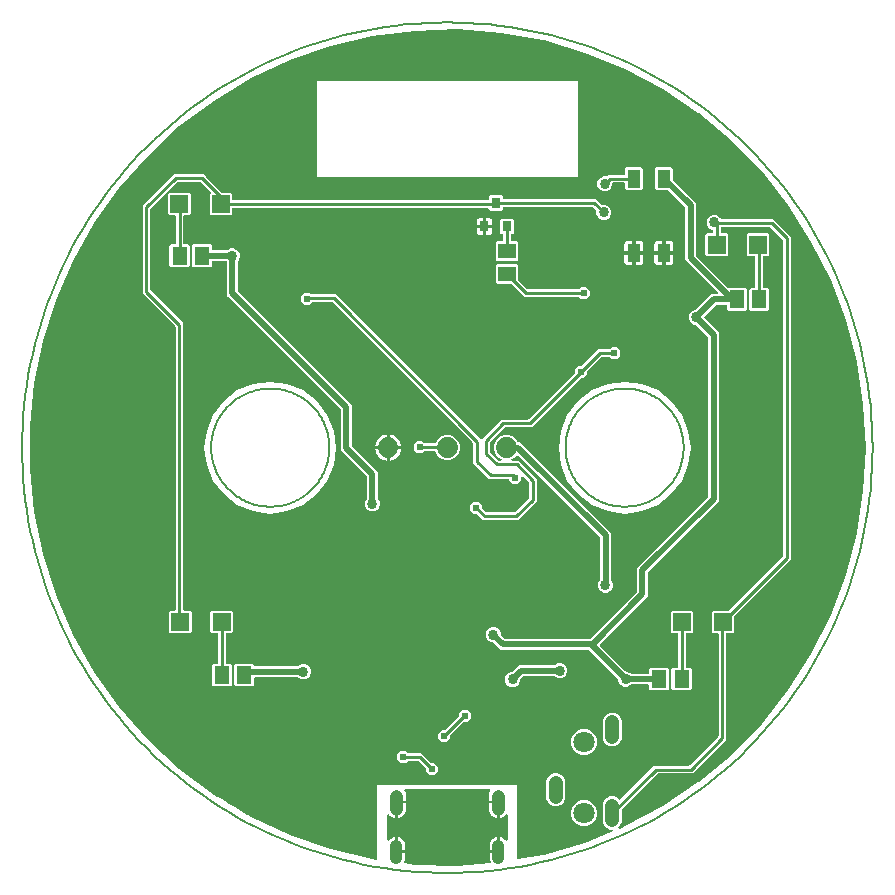
<source format=gbl>
G04 EAGLE Gerber RS-274X export*
G75*
%MOMM*%
%FSLAX34Y34*%
%LPD*%
%INBottom layer*%
%IPPOS*%
%AMOC8*
5,1,8,0,0,1.08239X$1,22.5*%
G01*
%ADD10C,0.152400*%
%ADD11C,1.683000*%
%ADD12C,1.000000*%
%ADD13C,1.100000*%
%ADD14R,1.100000X1.500000*%
%ADD15R,0.800000X0.900000*%
%ADD16R,1.500000X1.500000*%
%ADD17R,1.300000X1.500000*%
%ADD18C,1.200000*%
%ADD19C,1.800000*%
%ADD20R,1.500000X1.300000*%
%ADD21C,0.863600*%
%ADD22C,0.508000*%
%ADD23C,0.609600*%
%ADD24C,0.254000*%

G36*
X300093Y11147D02*
X300093Y11147D01*
X300148Y11148D01*
X300213Y11172D01*
X300280Y11187D01*
X300327Y11215D01*
X300378Y11235D01*
X300432Y11278D01*
X300491Y11313D01*
X300527Y11355D01*
X300569Y11390D01*
X300606Y11448D01*
X300651Y11500D01*
X300671Y11551D01*
X300701Y11598D01*
X300717Y11664D01*
X300743Y11728D01*
X300751Y11805D01*
X300759Y11837D01*
X300757Y11858D01*
X300761Y11895D01*
X300761Y74239D01*
X419239Y74239D01*
X419239Y12194D01*
X419253Y12107D01*
X419259Y12019D01*
X419273Y11986D01*
X419279Y11951D01*
X419320Y11874D01*
X419354Y11792D01*
X419377Y11765D01*
X419394Y11734D01*
X419457Y11673D01*
X419516Y11607D01*
X419546Y11589D01*
X419572Y11565D01*
X419652Y11528D01*
X419728Y11483D01*
X419763Y11476D01*
X419795Y11461D01*
X419883Y11451D01*
X419969Y11434D01*
X420015Y11437D01*
X420039Y11434D01*
X420070Y11441D01*
X420136Y11445D01*
X441307Y15303D01*
X441333Y15312D01*
X441384Y15321D01*
X476318Y25490D01*
X476343Y25502D01*
X476392Y25516D01*
X500108Y35161D01*
X500193Y35213D01*
X500281Y35260D01*
X500297Y35277D01*
X500317Y35289D01*
X500382Y35366D01*
X500450Y35438D01*
X500460Y35459D01*
X500475Y35478D01*
X500512Y35570D01*
X500554Y35661D01*
X500557Y35685D01*
X500565Y35707D01*
X500570Y35806D01*
X500581Y35905D01*
X500576Y35929D01*
X500577Y35952D01*
X500550Y36048D01*
X500529Y36146D01*
X500517Y36166D01*
X500510Y36189D01*
X500454Y36271D01*
X500403Y36357D01*
X500385Y36372D01*
X500371Y36392D01*
X500292Y36452D01*
X500216Y36517D01*
X500194Y36526D01*
X500175Y36540D01*
X500080Y36571D01*
X499988Y36609D01*
X499958Y36612D01*
X499941Y36618D01*
X499909Y36618D01*
X499821Y36627D01*
X497982Y36627D01*
X495030Y37850D01*
X492770Y40110D01*
X491547Y43062D01*
X491547Y58258D01*
X492770Y61210D01*
X495030Y63470D01*
X497982Y64693D01*
X501178Y64693D01*
X504130Y63470D01*
X505386Y62214D01*
X505402Y62202D01*
X505415Y62186D01*
X505502Y62130D01*
X505586Y62070D01*
X505605Y62064D01*
X505622Y62053D01*
X505722Y62028D01*
X505821Y61998D01*
X505841Y61998D01*
X505860Y61993D01*
X505963Y62001D01*
X506067Y62004D01*
X506086Y62011D01*
X506106Y62013D01*
X506200Y62053D01*
X506298Y62089D01*
X506314Y62101D01*
X506332Y62109D01*
X506463Y62214D01*
X532770Y88521D01*
X534928Y90679D01*
X564483Y90679D01*
X564573Y90693D01*
X564664Y90701D01*
X564693Y90713D01*
X564725Y90718D01*
X564806Y90761D01*
X564890Y90797D01*
X564922Y90823D01*
X564943Y90834D01*
X564965Y90857D01*
X565021Y90902D01*
X589310Y115191D01*
X589363Y115265D01*
X589423Y115334D01*
X589435Y115365D01*
X589454Y115391D01*
X589481Y115478D01*
X589515Y115563D01*
X589519Y115604D01*
X589526Y115626D01*
X589525Y115658D01*
X589533Y115729D01*
X589533Y202181D01*
X589530Y202201D01*
X589532Y202220D01*
X589510Y202322D01*
X589494Y202424D01*
X589484Y202441D01*
X589480Y202461D01*
X589427Y202550D01*
X589378Y202641D01*
X589364Y202655D01*
X589354Y202672D01*
X589275Y202739D01*
X589200Y202811D01*
X589182Y202819D01*
X589167Y202832D01*
X589071Y202871D01*
X588977Y202914D01*
X588957Y202916D01*
X588939Y202924D01*
X588772Y202942D01*
X585188Y202942D01*
X583997Y204133D01*
X583997Y220817D01*
X585188Y222008D01*
X598077Y222008D01*
X598167Y222022D01*
X598258Y222030D01*
X598287Y222042D01*
X598319Y222047D01*
X598400Y222090D01*
X598484Y222126D01*
X598516Y222152D01*
X598537Y222163D01*
X598559Y222186D01*
X598615Y222231D01*
X644174Y267790D01*
X644227Y267864D01*
X644287Y267933D01*
X644299Y267964D01*
X644318Y267990D01*
X644345Y268077D01*
X644379Y268162D01*
X644383Y268203D01*
X644390Y268225D01*
X644389Y268257D01*
X644397Y268328D01*
X644397Y535527D01*
X644383Y535617D01*
X644375Y535708D01*
X644363Y535737D01*
X644358Y535769D01*
X644315Y535850D01*
X644279Y535934D01*
X644253Y535966D01*
X644242Y535987D01*
X644219Y536009D01*
X644174Y536065D01*
X633347Y546892D01*
X633273Y546945D01*
X633204Y547005D01*
X633173Y547017D01*
X633147Y547036D01*
X633060Y547063D01*
X632975Y547097D01*
X632934Y547101D01*
X632912Y547108D01*
X632880Y547107D01*
X632809Y547115D01*
X592086Y547115D01*
X592066Y547112D01*
X592047Y547114D01*
X591945Y547092D01*
X591843Y547076D01*
X591826Y547066D01*
X591806Y547062D01*
X591717Y547009D01*
X591626Y546960D01*
X591612Y546946D01*
X591595Y546936D01*
X591528Y546857D01*
X591456Y546782D01*
X591448Y546764D01*
X591435Y546749D01*
X591396Y546653D01*
X591353Y546559D01*
X591351Y546539D01*
X591343Y546521D01*
X591325Y546354D01*
X591325Y542070D01*
X591328Y542050D01*
X591326Y542031D01*
X591348Y541929D01*
X591364Y541827D01*
X591374Y541810D01*
X591378Y541790D01*
X591431Y541701D01*
X591480Y541610D01*
X591494Y541596D01*
X591504Y541579D01*
X591583Y541512D01*
X591658Y541440D01*
X591676Y541432D01*
X591691Y541419D01*
X591787Y541380D01*
X591881Y541337D01*
X591901Y541335D01*
X591919Y541327D01*
X592086Y541309D01*
X596364Y541309D01*
X597555Y540118D01*
X597555Y523434D01*
X596364Y522243D01*
X579680Y522243D01*
X578489Y523434D01*
X578489Y540118D01*
X579680Y541309D01*
X583958Y541309D01*
X583978Y541312D01*
X583997Y541310D01*
X584099Y541332D01*
X584201Y541348D01*
X584218Y541358D01*
X584238Y541362D01*
X584327Y541415D01*
X584418Y541464D01*
X584432Y541478D01*
X584449Y541488D01*
X584516Y541567D01*
X584588Y541642D01*
X584596Y541660D01*
X584609Y541675D01*
X584648Y541771D01*
X584691Y541865D01*
X584693Y541885D01*
X584701Y541903D01*
X584719Y542070D01*
X584719Y543706D01*
X584700Y543820D01*
X584683Y543936D01*
X584681Y543942D01*
X584680Y543948D01*
X584625Y544051D01*
X584572Y544156D01*
X584567Y544160D01*
X584564Y544166D01*
X584480Y544246D01*
X584396Y544328D01*
X584390Y544332D01*
X584386Y544335D01*
X584369Y544343D01*
X584249Y544409D01*
X582127Y545288D01*
X580340Y547075D01*
X579373Y549409D01*
X579373Y551935D01*
X580340Y554269D01*
X582127Y556056D01*
X584461Y557023D01*
X586987Y557023D01*
X589321Y556056D01*
X591108Y554269D01*
X591140Y554191D01*
X591202Y554091D01*
X591262Y553991D01*
X591267Y553987D01*
X591270Y553982D01*
X591360Y553907D01*
X591449Y553831D01*
X591455Y553829D01*
X591460Y553825D01*
X591568Y553783D01*
X591677Y553739D01*
X591685Y553738D01*
X591689Y553737D01*
X591708Y553736D01*
X591844Y553721D01*
X635860Y553721D01*
X651003Y538578D01*
X651003Y265277D01*
X603286Y217560D01*
X603233Y217486D01*
X603173Y217417D01*
X603161Y217386D01*
X603142Y217360D01*
X603115Y217273D01*
X603081Y217188D01*
X603077Y217147D01*
X603070Y217125D01*
X603071Y217093D01*
X603063Y217022D01*
X603063Y204133D01*
X601872Y202942D01*
X596900Y202942D01*
X596880Y202939D01*
X596861Y202941D01*
X596759Y202919D01*
X596657Y202903D01*
X596640Y202893D01*
X596620Y202889D01*
X596531Y202836D01*
X596440Y202787D01*
X596426Y202773D01*
X596409Y202763D01*
X596342Y202684D01*
X596270Y202609D01*
X596262Y202591D01*
X596249Y202576D01*
X596210Y202480D01*
X596167Y202386D01*
X596165Y202366D01*
X596157Y202348D01*
X596139Y202181D01*
X596139Y112678D01*
X567534Y84073D01*
X537979Y84073D01*
X537889Y84059D01*
X537798Y84051D01*
X537769Y84039D01*
X537737Y84034D01*
X537656Y83991D01*
X537572Y83955D01*
X537540Y83929D01*
X537519Y83918D01*
X537497Y83895D01*
X537441Y83850D01*
X507836Y54245D01*
X507783Y54171D01*
X507723Y54102D01*
X507711Y54071D01*
X507692Y54045D01*
X507665Y53958D01*
X507631Y53873D01*
X507627Y53832D01*
X507620Y53810D01*
X507621Y53778D01*
X507613Y53707D01*
X507613Y43062D01*
X506390Y40110D01*
X505016Y38736D01*
X504961Y38659D01*
X504900Y38586D01*
X504889Y38560D01*
X504873Y38536D01*
X504845Y38446D01*
X504810Y38357D01*
X504809Y38329D01*
X504800Y38301D01*
X504803Y38206D01*
X504798Y38112D01*
X504806Y38084D01*
X504807Y38055D01*
X504839Y37966D01*
X504865Y37875D01*
X504881Y37851D01*
X504891Y37824D01*
X504950Y37750D01*
X505004Y37672D01*
X505027Y37655D01*
X505045Y37632D01*
X505125Y37581D01*
X505200Y37524D01*
X505227Y37515D01*
X505252Y37499D01*
X505344Y37476D01*
X505434Y37446D01*
X505462Y37446D01*
X505490Y37439D01*
X505585Y37447D01*
X505680Y37447D01*
X505714Y37457D01*
X505735Y37458D01*
X505766Y37471D01*
X505841Y37493D01*
X510096Y39223D01*
X510120Y39237D01*
X510167Y39256D01*
X542284Y56356D01*
X542305Y56373D01*
X542351Y56397D01*
X572538Y76708D01*
X572558Y76727D01*
X572601Y76755D01*
X600540Y100063D01*
X600558Y100084D01*
X600598Y100117D01*
X625992Y126174D01*
X626008Y126196D01*
X626044Y126232D01*
X648625Y154762D01*
X648638Y154786D01*
X648670Y154826D01*
X668198Y185527D01*
X668208Y185552D01*
X668236Y185595D01*
X684504Y218141D01*
X684512Y218167D01*
X684535Y218213D01*
X697370Y252259D01*
X697375Y252285D01*
X697394Y252333D01*
X706660Y287518D01*
X706662Y287546D01*
X706676Y287595D01*
X712275Y323546D01*
X712275Y323573D01*
X712283Y323624D01*
X714156Y359961D01*
X714153Y359988D01*
X714156Y360039D01*
X712283Y396376D01*
X712277Y396402D01*
X712275Y396454D01*
X706676Y432405D01*
X706667Y432431D01*
X706660Y432482D01*
X697394Y467667D01*
X697383Y467692D01*
X697370Y467742D01*
X684535Y501787D01*
X684521Y501811D01*
X684504Y501859D01*
X668236Y534405D01*
X668220Y534427D01*
X668198Y534473D01*
X648670Y565174D01*
X648652Y565194D01*
X648625Y565238D01*
X626044Y593768D01*
X626024Y593786D01*
X625992Y593826D01*
X600598Y619883D01*
X600576Y619900D01*
X600540Y619937D01*
X572601Y643245D01*
X572577Y643258D01*
X572538Y643292D01*
X542351Y663603D01*
X542326Y663615D01*
X542283Y663644D01*
X510167Y680744D01*
X510142Y680752D01*
X510096Y680777D01*
X476392Y694484D01*
X476366Y694490D01*
X476318Y694510D01*
X441383Y704679D01*
X441356Y704682D01*
X441307Y704697D01*
X405512Y711220D01*
X405485Y711220D01*
X405434Y711230D01*
X369158Y714038D01*
X369131Y714036D01*
X369080Y714040D01*
X332707Y713103D01*
X332680Y713098D01*
X332629Y713097D01*
X296545Y708425D01*
X296519Y708417D01*
X296468Y708411D01*
X261056Y700054D01*
X261031Y700044D01*
X260981Y700032D01*
X226616Y688078D01*
X226592Y688065D01*
X226543Y688049D01*
X193589Y672625D01*
X193567Y672609D01*
X193520Y672588D01*
X162327Y653857D01*
X162306Y653840D01*
X162262Y653813D01*
X133160Y631975D01*
X133141Y631955D01*
X133100Y631925D01*
X106398Y607209D01*
X106381Y607188D01*
X106343Y607153D01*
X82323Y579823D01*
X82309Y579800D01*
X82275Y579762D01*
X61193Y550107D01*
X61181Y550083D01*
X61151Y550041D01*
X43229Y518376D01*
X43220Y518350D01*
X43194Y518306D01*
X28624Y484966D01*
X28617Y484940D01*
X28596Y484893D01*
X17531Y450231D01*
X17527Y450204D01*
X17511Y450155D01*
X10069Y414540D01*
X10067Y414513D01*
X10056Y414463D01*
X6315Y378271D01*
X6317Y378243D01*
X6311Y378192D01*
X6311Y341808D01*
X6316Y341781D01*
X6315Y341729D01*
X10056Y305537D01*
X10064Y305511D01*
X10069Y305460D01*
X17511Y269845D01*
X17521Y269819D01*
X17531Y269769D01*
X28596Y235107D01*
X28609Y235083D01*
X28624Y235034D01*
X43194Y201694D01*
X43209Y201671D01*
X43229Y201624D01*
X61151Y169959D01*
X61168Y169938D01*
X61193Y169893D01*
X82275Y140238D01*
X82294Y140219D01*
X82323Y140177D01*
X106343Y112847D01*
X106364Y112829D01*
X106398Y112791D01*
X133100Y88075D01*
X133123Y88060D01*
X133160Y88025D01*
X162262Y66187D01*
X162286Y66174D01*
X162327Y66143D01*
X165010Y64532D01*
X166278Y63771D01*
X166278Y63770D01*
X167545Y63009D01*
X167546Y63009D01*
X168813Y62248D01*
X173884Y59203D01*
X175152Y58442D01*
X176420Y57681D01*
X176420Y57680D01*
X181491Y54636D01*
X181491Y54635D01*
X182759Y53874D01*
X184026Y53113D01*
X185294Y52352D01*
X190365Y49307D01*
X191633Y48546D01*
X191633Y48545D01*
X192901Y47784D01*
X193520Y47412D01*
X193546Y47402D01*
X193589Y47375D01*
X226543Y31951D01*
X226569Y31944D01*
X226616Y31922D01*
X260981Y19968D01*
X261008Y19963D01*
X261056Y19946D01*
X296468Y11589D01*
X296495Y11587D01*
X296545Y11575D01*
X299902Y11140D01*
X299971Y11142D01*
X300039Y11135D01*
X300093Y11147D01*
G37*
%LPC*%
G36*
X249689Y589249D02*
X249689Y589249D01*
X249249Y589689D01*
X249249Y670311D01*
X249689Y670751D01*
X470311Y670751D01*
X470751Y670311D01*
X470751Y589689D01*
X470311Y589249D01*
X249689Y589249D01*
G37*
%LPD*%
%LPC*%
G36*
X495548Y306066D02*
X495548Y306066D01*
X482082Y311645D01*
X470518Y320518D01*
X461645Y332082D01*
X456066Y345548D01*
X454164Y360000D01*
X456066Y374451D01*
X461644Y387918D01*
X470518Y399482D01*
X482082Y408355D01*
X495548Y413934D01*
X510000Y415836D01*
X524452Y413934D01*
X537918Y408355D01*
X549482Y399482D01*
X558355Y387918D01*
X563934Y374452D01*
X565836Y360000D01*
X563934Y345548D01*
X558355Y332082D01*
X549482Y320518D01*
X537918Y311645D01*
X524452Y306066D01*
X510000Y304164D01*
X495548Y306066D01*
G37*
%LPD*%
%LPC*%
G36*
X195548Y306066D02*
X195548Y306066D01*
X182082Y311645D01*
X170518Y320518D01*
X161645Y332082D01*
X156066Y345548D01*
X154164Y360000D01*
X156066Y374452D01*
X161645Y387918D01*
X170518Y399482D01*
X182082Y408355D01*
X195548Y413934D01*
X210000Y415836D01*
X224452Y413934D01*
X237918Y408355D01*
X249482Y399482D01*
X258355Y387918D01*
X263934Y374452D01*
X265836Y360000D01*
X263934Y345548D01*
X258355Y332082D01*
X249482Y320518D01*
X237918Y311645D01*
X224452Y306066D01*
X210000Y304164D01*
X195548Y306066D01*
G37*
%LPD*%
%LPC*%
G36*
X531868Y154467D02*
X531868Y154467D01*
X530677Y155658D01*
X530677Y158666D01*
X530674Y158686D01*
X530676Y158705D01*
X530654Y158807D01*
X530638Y158909D01*
X530628Y158926D01*
X530624Y158946D01*
X530571Y159035D01*
X530522Y159126D01*
X530508Y159140D01*
X530498Y159157D01*
X530419Y159224D01*
X530344Y159296D01*
X530326Y159304D01*
X530311Y159317D01*
X530215Y159356D01*
X530121Y159399D01*
X530101Y159401D01*
X530083Y159409D01*
X529916Y159427D01*
X515602Y159427D01*
X515512Y159413D01*
X515421Y159405D01*
X515391Y159393D01*
X515359Y159388D01*
X515278Y159345D01*
X515195Y159309D01*
X515162Y159283D01*
X515142Y159272D01*
X515120Y159249D01*
X515064Y159204D01*
X514475Y158616D01*
X512141Y157649D01*
X509615Y157649D01*
X507281Y158616D01*
X505494Y160403D01*
X504527Y162737D01*
X504527Y163569D01*
X504513Y163659D01*
X504505Y163750D01*
X504493Y163779D01*
X504488Y163811D01*
X504445Y163892D01*
X504409Y163976D01*
X504383Y164008D01*
X504372Y164029D01*
X504349Y164051D01*
X504304Y164107D01*
X479659Y188752D01*
X479585Y188805D01*
X479515Y188865D01*
X479485Y188877D01*
X479459Y188896D01*
X479372Y188923D01*
X479287Y188957D01*
X479246Y188961D01*
X479224Y188968D01*
X479192Y188967D01*
X479121Y188975D01*
X405014Y188975D01*
X398887Y195102D01*
X398813Y195155D01*
X398743Y195215D01*
X398713Y195227D01*
X398687Y195246D01*
X398600Y195273D01*
X398515Y195307D01*
X398474Y195311D01*
X398452Y195318D01*
X398420Y195317D01*
X398349Y195325D01*
X397517Y195325D01*
X395183Y196292D01*
X393396Y198079D01*
X392429Y200413D01*
X392429Y202939D01*
X393396Y205273D01*
X395183Y207060D01*
X397517Y208027D01*
X400043Y208027D01*
X402377Y207060D01*
X404164Y205273D01*
X405131Y202939D01*
X405131Y202107D01*
X405145Y202017D01*
X405153Y201926D01*
X405165Y201897D01*
X405170Y201865D01*
X405213Y201784D01*
X405249Y201700D01*
X405275Y201668D01*
X405286Y201647D01*
X405309Y201625D01*
X405354Y201569D01*
X408579Y198344D01*
X408653Y198291D01*
X408723Y198231D01*
X408753Y198219D01*
X408779Y198200D01*
X408866Y198173D01*
X408951Y198139D01*
X408992Y198135D01*
X409014Y198128D01*
X409046Y198129D01*
X409117Y198121D01*
X480645Y198121D01*
X480735Y198135D01*
X480826Y198143D01*
X480855Y198155D01*
X480887Y198160D01*
X480968Y198203D01*
X481052Y198239D01*
X481084Y198265D01*
X481105Y198276D01*
X481127Y198299D01*
X481183Y198344D01*
X520222Y237383D01*
X520275Y237457D01*
X520335Y237527D01*
X520347Y237557D01*
X520366Y237583D01*
X520393Y237670D01*
X520427Y237755D01*
X520431Y237796D01*
X520438Y237818D01*
X520437Y237850D01*
X520445Y237921D01*
X520445Y257926D01*
X580674Y318155D01*
X580718Y318217D01*
X580751Y318251D01*
X580757Y318263D01*
X580787Y318299D01*
X580799Y318329D01*
X580818Y318355D01*
X580845Y318442D01*
X580879Y318527D01*
X580883Y318568D01*
X580890Y318590D01*
X580889Y318622D01*
X580897Y318693D01*
X580897Y453467D01*
X580883Y453557D01*
X580875Y453648D01*
X580863Y453677D01*
X580858Y453709D01*
X580815Y453790D01*
X580779Y453874D01*
X580753Y453906D01*
X580742Y453927D01*
X580719Y453949D01*
X580674Y454005D01*
X570845Y463834D01*
X570771Y463887D01*
X570701Y463947D01*
X570671Y463959D01*
X570645Y463978D01*
X570558Y464005D01*
X570473Y464039D01*
X570432Y464043D01*
X570410Y464050D01*
X570378Y464049D01*
X570307Y464057D01*
X569475Y464057D01*
X567141Y465024D01*
X565354Y466811D01*
X564387Y469145D01*
X564387Y471671D01*
X565354Y474005D01*
X567141Y475792D01*
X569475Y476759D01*
X570307Y476759D01*
X570397Y476773D01*
X570488Y476781D01*
X570517Y476793D01*
X570549Y476798D01*
X570630Y476841D01*
X570714Y476877D01*
X570746Y476903D01*
X570767Y476914D01*
X570789Y476937D01*
X570845Y476982D01*
X583866Y490003D01*
X588305Y490003D01*
X588375Y490014D01*
X588447Y490016D01*
X588496Y490034D01*
X588547Y490042D01*
X588611Y490076D01*
X588678Y490101D01*
X588719Y490133D01*
X588765Y490158D01*
X588814Y490210D01*
X588870Y490254D01*
X588898Y490298D01*
X588934Y490336D01*
X588964Y490401D01*
X589003Y490461D01*
X589016Y490512D01*
X589038Y490559D01*
X589046Y490630D01*
X589063Y490700D01*
X589059Y490752D01*
X589065Y490803D01*
X589050Y490874D01*
X589044Y490945D01*
X589024Y490993D01*
X589013Y491044D01*
X588976Y491105D01*
X588948Y491171D01*
X588903Y491227D01*
X588886Y491255D01*
X588869Y491270D01*
X588843Y491302D01*
X564241Y515904D01*
X561339Y518806D01*
X561339Y562979D01*
X561325Y563069D01*
X561317Y563160D01*
X561305Y563189D01*
X561300Y563221D01*
X561257Y563302D01*
X561221Y563386D01*
X561195Y563418D01*
X561184Y563439D01*
X561161Y563461D01*
X561116Y563517D01*
X546619Y578014D01*
X546545Y578067D01*
X546475Y578127D01*
X546445Y578139D01*
X546419Y578158D01*
X546332Y578185D01*
X546247Y578219D01*
X546206Y578223D01*
X546184Y578230D01*
X546152Y578229D01*
X546081Y578237D01*
X536988Y578237D01*
X535797Y579428D01*
X535797Y596112D01*
X536988Y597303D01*
X549672Y597303D01*
X550863Y596112D01*
X550863Y587019D01*
X550877Y586929D01*
X550885Y586838D01*
X550897Y586809D01*
X550902Y586777D01*
X550945Y586696D01*
X550981Y586612D01*
X551007Y586580D01*
X551018Y586559D01*
X551041Y586537D01*
X551086Y586481D01*
X567583Y569984D01*
X570485Y567082D01*
X570485Y522909D01*
X570499Y522819D01*
X570507Y522728D01*
X570519Y522699D01*
X570524Y522667D01*
X570567Y522586D01*
X570603Y522502D01*
X570629Y522470D01*
X570640Y522449D01*
X570663Y522427D01*
X570708Y522371D01*
X597893Y495186D01*
X597967Y495133D01*
X598037Y495073D01*
X598067Y495061D01*
X598093Y495042D01*
X598180Y495015D01*
X598265Y494981D01*
X598306Y494977D01*
X598328Y494970D01*
X598360Y494971D01*
X598431Y494963D01*
X612442Y494963D01*
X613633Y493772D01*
X613633Y477088D01*
X612442Y475897D01*
X597758Y475897D01*
X596567Y477088D01*
X596567Y480096D01*
X596566Y480103D01*
X596566Y480106D01*
X596564Y480116D01*
X596566Y480135D01*
X596544Y480237D01*
X596528Y480339D01*
X596518Y480356D01*
X596514Y480376D01*
X596461Y480465D01*
X596412Y480556D01*
X596398Y480570D01*
X596388Y480587D01*
X596309Y480654D01*
X596234Y480726D01*
X596216Y480734D01*
X596201Y480747D01*
X596105Y480786D01*
X596011Y480829D01*
X595991Y480831D01*
X595973Y480839D01*
X595806Y480857D01*
X587969Y480857D01*
X587879Y480843D01*
X587788Y480835D01*
X587759Y480823D01*
X587727Y480818D01*
X587646Y480775D01*
X587562Y480739D01*
X587530Y480713D01*
X587509Y480702D01*
X587487Y480679D01*
X587431Y480634D01*
X577743Y470946D01*
X577731Y470930D01*
X577716Y470918D01*
X577660Y470830D01*
X577600Y470747D01*
X577594Y470728D01*
X577583Y470711D01*
X577558Y470610D01*
X577527Y470511D01*
X577528Y470492D01*
X577523Y470472D01*
X577531Y470369D01*
X577534Y470266D01*
X577540Y470247D01*
X577542Y470227D01*
X577582Y470132D01*
X577618Y470035D01*
X577631Y470019D01*
X577638Y470001D01*
X577743Y469870D01*
X590043Y457570D01*
X590043Y314590D01*
X529814Y254361D01*
X529761Y254287D01*
X529701Y254217D01*
X529689Y254187D01*
X529670Y254161D01*
X529643Y254074D01*
X529609Y253989D01*
X529605Y253948D01*
X529598Y253926D01*
X529599Y253894D01*
X529591Y253823D01*
X529591Y233818D01*
X526689Y230916D01*
X489097Y193324D01*
X489086Y193308D01*
X489070Y193296D01*
X489014Y193208D01*
X488954Y193125D01*
X488948Y193106D01*
X488937Y193089D01*
X488912Y192988D01*
X488881Y192889D01*
X488882Y192870D01*
X488877Y192850D01*
X488885Y192747D01*
X488888Y192644D01*
X488894Y192625D01*
X488896Y192605D01*
X488936Y192510D01*
X488972Y192413D01*
X488985Y192397D01*
X488992Y192379D01*
X489097Y192248D01*
X510771Y170574D01*
X510845Y170521D01*
X510915Y170461D01*
X510945Y170449D01*
X510971Y170430D01*
X511058Y170403D01*
X511143Y170369D01*
X511184Y170365D01*
X511206Y170358D01*
X511238Y170359D01*
X511309Y170351D01*
X512141Y170351D01*
X514475Y169384D01*
X515064Y168796D01*
X515138Y168742D01*
X515207Y168683D01*
X515237Y168671D01*
X515263Y168652D01*
X515350Y168625D01*
X515435Y168591D01*
X515476Y168587D01*
X515498Y168580D01*
X515531Y168581D01*
X515602Y168573D01*
X529916Y168573D01*
X529936Y168576D01*
X529955Y168574D01*
X530057Y168596D01*
X530159Y168612D01*
X530176Y168622D01*
X530196Y168626D01*
X530285Y168679D01*
X530376Y168728D01*
X530390Y168742D01*
X530407Y168752D01*
X530474Y168831D01*
X530546Y168906D01*
X530554Y168924D01*
X530567Y168939D01*
X530606Y169035D01*
X530649Y169129D01*
X530651Y169149D01*
X530659Y169167D01*
X530677Y169334D01*
X530677Y172342D01*
X531868Y173533D01*
X546552Y173533D01*
X547743Y172342D01*
X547743Y155658D01*
X546552Y154467D01*
X531868Y154467D01*
G37*
%LPD*%
%LPC*%
G36*
X125510Y202942D02*
X125510Y202942D01*
X124319Y204133D01*
X124319Y220817D01*
X125510Y222008D01*
X129032Y222008D01*
X129052Y222011D01*
X129071Y222009D01*
X129173Y222031D01*
X129275Y222047D01*
X129292Y222057D01*
X129312Y222061D01*
X129401Y222114D01*
X129492Y222163D01*
X129506Y222177D01*
X129523Y222187D01*
X129590Y222266D01*
X129662Y222341D01*
X129670Y222359D01*
X129683Y222374D01*
X129722Y222470D01*
X129765Y222564D01*
X129767Y222584D01*
X129775Y222602D01*
X129793Y222769D01*
X129793Y462375D01*
X129779Y462465D01*
X129771Y462556D01*
X129759Y462585D01*
X129754Y462617D01*
X129711Y462698D01*
X129675Y462782D01*
X129649Y462814D01*
X129638Y462835D01*
X129615Y462857D01*
X129570Y462913D01*
X101853Y490630D01*
X101853Y564740D01*
X128680Y591567D01*
X153514Y591567D01*
X155672Y589409D01*
X169275Y575806D01*
X169349Y575753D01*
X169418Y575693D01*
X169449Y575681D01*
X169475Y575662D01*
X169562Y575635D01*
X169647Y575601D01*
X169688Y575597D01*
X169710Y575590D01*
X169742Y575591D01*
X169813Y575583D01*
X176512Y575583D01*
X177703Y574392D01*
X177703Y570114D01*
X177706Y570094D01*
X177704Y570075D01*
X177726Y569973D01*
X177742Y569871D01*
X177752Y569854D01*
X177756Y569834D01*
X177809Y569745D01*
X177858Y569654D01*
X177872Y569640D01*
X177882Y569623D01*
X177961Y569556D01*
X178036Y569484D01*
X178054Y569476D01*
X178069Y569463D01*
X178165Y569424D01*
X178259Y569381D01*
X178279Y569379D01*
X178297Y569371D01*
X178464Y569353D01*
X394056Y569353D01*
X394076Y569356D01*
X394095Y569354D01*
X394197Y569376D01*
X394299Y569392D01*
X394316Y569402D01*
X394336Y569406D01*
X394425Y569459D01*
X394516Y569508D01*
X394530Y569522D01*
X394547Y569532D01*
X394614Y569611D01*
X394686Y569686D01*
X394694Y569704D01*
X394707Y569719D01*
X394746Y569815D01*
X394789Y569909D01*
X394791Y569929D01*
X394799Y569947D01*
X394817Y570114D01*
X394817Y572598D01*
X396008Y573789D01*
X405692Y573789D01*
X406883Y572598D01*
X406883Y571320D01*
X406886Y571300D01*
X406884Y571281D01*
X406906Y571179D01*
X406922Y571077D01*
X406932Y571060D01*
X406936Y571040D01*
X406989Y570951D01*
X407038Y570860D01*
X407052Y570846D01*
X407062Y570829D01*
X407141Y570762D01*
X407216Y570690D01*
X407234Y570682D01*
X407249Y570669D01*
X407345Y570630D01*
X407439Y570587D01*
X407459Y570585D01*
X407477Y570577D01*
X407644Y570559D01*
X485672Y570559D01*
X490603Y565628D01*
X490677Y565575D01*
X490746Y565515D01*
X490777Y565503D01*
X490803Y565484D01*
X490890Y565457D01*
X490975Y565423D01*
X491016Y565419D01*
X491038Y565412D01*
X491070Y565413D01*
X491141Y565405D01*
X493769Y565405D01*
X496103Y564438D01*
X497890Y562651D01*
X498857Y560317D01*
X498857Y557791D01*
X497890Y555457D01*
X496103Y553670D01*
X493769Y552703D01*
X491243Y552703D01*
X488909Y553670D01*
X487122Y555457D01*
X486155Y557791D01*
X486155Y560419D01*
X486141Y560509D01*
X486133Y560600D01*
X486121Y560629D01*
X486116Y560661D01*
X486073Y560742D01*
X486037Y560826D01*
X486011Y560858D01*
X486000Y560879D01*
X485977Y560901D01*
X485932Y560957D01*
X483159Y563730D01*
X483085Y563783D01*
X483016Y563843D01*
X482985Y563855D01*
X482959Y563874D01*
X482872Y563901D01*
X482787Y563935D01*
X482746Y563939D01*
X482724Y563946D01*
X482692Y563945D01*
X482621Y563953D01*
X407644Y563953D01*
X407624Y563950D01*
X407605Y563952D01*
X407503Y563930D01*
X407401Y563914D01*
X407384Y563904D01*
X407364Y563900D01*
X407275Y563847D01*
X407184Y563798D01*
X407170Y563784D01*
X407153Y563774D01*
X407086Y563695D01*
X407014Y563620D01*
X407006Y563602D01*
X406993Y563587D01*
X406954Y563491D01*
X406911Y563397D01*
X406909Y563377D01*
X406901Y563359D01*
X406883Y563192D01*
X406883Y561914D01*
X405692Y560723D01*
X396008Y560723D01*
X394817Y561914D01*
X394817Y561986D01*
X394814Y562006D01*
X394816Y562025D01*
X394794Y562127D01*
X394778Y562229D01*
X394768Y562246D01*
X394764Y562266D01*
X394711Y562355D01*
X394662Y562446D01*
X394648Y562460D01*
X394638Y562477D01*
X394559Y562544D01*
X394484Y562616D01*
X394466Y562624D01*
X394451Y562637D01*
X394355Y562676D01*
X394261Y562719D01*
X394241Y562721D01*
X394223Y562729D01*
X394056Y562747D01*
X178464Y562747D01*
X178444Y562744D01*
X178425Y562746D01*
X178323Y562724D01*
X178221Y562708D01*
X178204Y562698D01*
X178184Y562694D01*
X178095Y562641D01*
X178004Y562592D01*
X177990Y562578D01*
X177973Y562568D01*
X177906Y562489D01*
X177834Y562414D01*
X177826Y562396D01*
X177813Y562381D01*
X177774Y562285D01*
X177731Y562191D01*
X177729Y562171D01*
X177721Y562153D01*
X177703Y561986D01*
X177703Y557708D01*
X176512Y556517D01*
X159828Y556517D01*
X158637Y557708D01*
X158637Y574392D01*
X159454Y575209D01*
X159466Y575225D01*
X159481Y575237D01*
X159537Y575325D01*
X159598Y575408D01*
X159603Y575427D01*
X159614Y575444D01*
X159639Y575545D01*
X159670Y575644D01*
X159669Y575663D01*
X159674Y575683D01*
X159666Y575786D01*
X159664Y575889D01*
X159657Y575908D01*
X159655Y575928D01*
X159615Y576023D01*
X159579Y576120D01*
X159567Y576136D01*
X159559Y576154D01*
X159454Y576285D01*
X151001Y584738D01*
X150927Y584791D01*
X150858Y584851D01*
X150827Y584863D01*
X150801Y584882D01*
X150714Y584909D01*
X150629Y584943D01*
X150588Y584947D01*
X150566Y584954D01*
X150534Y584953D01*
X150463Y584961D01*
X131731Y584961D01*
X131641Y584947D01*
X131550Y584939D01*
X131521Y584927D01*
X131489Y584922D01*
X131408Y584879D01*
X131324Y584843D01*
X131292Y584817D01*
X131271Y584806D01*
X131249Y584783D01*
X131193Y584738D01*
X108682Y562227D01*
X108629Y562153D01*
X108569Y562084D01*
X108557Y562053D01*
X108538Y562027D01*
X108511Y561940D01*
X108477Y561855D01*
X108473Y561814D01*
X108466Y561792D01*
X108467Y561760D01*
X108459Y561689D01*
X108459Y493681D01*
X108473Y493591D01*
X108481Y493500D01*
X108493Y493471D01*
X108498Y493439D01*
X108541Y493358D01*
X108577Y493274D01*
X108603Y493242D01*
X108614Y493221D01*
X108637Y493199D01*
X108682Y493143D01*
X136399Y465426D01*
X136399Y222769D01*
X136402Y222749D01*
X136400Y222730D01*
X136422Y222628D01*
X136438Y222526D01*
X136448Y222509D01*
X136452Y222489D01*
X136505Y222400D01*
X136554Y222309D01*
X136568Y222295D01*
X136578Y222278D01*
X136657Y222211D01*
X136732Y222139D01*
X136750Y222131D01*
X136765Y222118D01*
X136861Y222079D01*
X136955Y222036D01*
X136975Y222034D01*
X136993Y222026D01*
X137160Y222008D01*
X142194Y222008D01*
X143385Y220817D01*
X143385Y204133D01*
X142194Y202942D01*
X125510Y202942D01*
G37*
%LPD*%
G36*
X369122Y5967D02*
X369122Y5967D01*
X369170Y5963D01*
X395638Y8012D01*
X395717Y8029D01*
X395796Y8037D01*
X395854Y8060D01*
X395913Y8073D01*
X395984Y8111D01*
X396058Y8141D01*
X396107Y8179D01*
X396161Y8209D01*
X396217Y8265D01*
X396281Y8315D01*
X396317Y8365D01*
X396360Y8408D01*
X396399Y8478D01*
X396446Y8543D01*
X396466Y8601D01*
X396496Y8655D01*
X396513Y8734D01*
X396540Y8809D01*
X396544Y8870D01*
X396557Y8930D01*
X396552Y9011D01*
X396557Y9091D01*
X396543Y9146D01*
X396539Y9212D01*
X396504Y9310D01*
X396484Y9390D01*
X395929Y10730D01*
X395639Y12187D01*
X395639Y16931D01*
X403180Y16931D01*
X403243Y16940D01*
X403308Y16939D01*
X403382Y16959D01*
X403459Y16970D01*
X403517Y16997D01*
X403579Y17014D01*
X403645Y17055D01*
X403716Y17087D01*
X403765Y17128D01*
X403819Y17162D01*
X403820Y17163D01*
X403871Y17220D01*
X403930Y17270D01*
X403931Y17271D01*
X403966Y17324D01*
X404009Y17372D01*
X404043Y17442D01*
X404085Y17506D01*
X404104Y17568D01*
X404132Y17626D01*
X404143Y17695D01*
X404167Y17776D01*
X404169Y17861D01*
X404179Y17930D01*
X404179Y30420D01*
X405380Y30181D01*
X406752Y29613D01*
X407987Y28787D01*
X409037Y27737D01*
X409169Y27540D01*
X409256Y27443D01*
X409340Y27344D01*
X409350Y27338D01*
X409357Y27330D01*
X409468Y27261D01*
X409576Y27190D01*
X409587Y27186D01*
X409597Y27180D01*
X409722Y27145D01*
X409846Y27107D01*
X409857Y27107D01*
X409868Y27104D01*
X409998Y27105D01*
X410128Y27104D01*
X410139Y27107D01*
X410150Y27107D01*
X410274Y27144D01*
X410400Y27179D01*
X410409Y27185D01*
X410420Y27188D01*
X410529Y27259D01*
X410640Y27327D01*
X410647Y27335D01*
X410657Y27342D01*
X410741Y27440D01*
X410829Y27536D01*
X410834Y27547D01*
X410841Y27555D01*
X410895Y27673D01*
X410952Y27790D01*
X410953Y27801D01*
X410958Y27812D01*
X410999Y28091D01*
X410999Y28093D01*
X410999Y28095D01*
X410999Y48376D01*
X410995Y48407D01*
X410997Y48440D01*
X410975Y48547D01*
X410959Y48655D01*
X410946Y48684D01*
X410940Y48716D01*
X410888Y48812D01*
X410843Y48912D01*
X410822Y48936D01*
X410807Y48965D01*
X410731Y49043D01*
X410660Y49126D01*
X410633Y49144D01*
X410610Y49167D01*
X410515Y49220D01*
X410424Y49280D01*
X410393Y49290D01*
X410365Y49306D01*
X410258Y49331D01*
X410154Y49363D01*
X410122Y49363D01*
X410091Y49371D01*
X409981Y49365D01*
X409872Y49367D01*
X409841Y49358D01*
X409809Y49356D01*
X409706Y49320D01*
X409600Y49291D01*
X409573Y49274D01*
X409542Y49264D01*
X409469Y49211D01*
X409360Y49143D01*
X409328Y49107D01*
X409293Y49082D01*
X408306Y48094D01*
X406989Y47214D01*
X405525Y46608D01*
X404179Y46341D01*
X404179Y59840D01*
X404170Y59903D01*
X404171Y59968D01*
X404151Y60042D01*
X404140Y60119D01*
X404113Y60177D01*
X404096Y60239D01*
X404055Y60305D01*
X404023Y60376D01*
X403982Y60425D01*
X403948Y60479D01*
X403947Y60480D01*
X403890Y60531D01*
X403840Y60590D01*
X403839Y60591D01*
X403786Y60626D01*
X403738Y60669D01*
X403668Y60703D01*
X403604Y60745D01*
X403542Y60764D01*
X403484Y60792D01*
X403415Y60803D01*
X403334Y60827D01*
X403249Y60829D01*
X403180Y60839D01*
X395139Y60839D01*
X395139Y66132D01*
X395448Y67685D01*
X396054Y69149D01*
X396252Y69445D01*
X396285Y69513D01*
X396326Y69576D01*
X396346Y69639D01*
X396374Y69699D01*
X396387Y69774D01*
X396409Y69846D01*
X396410Y69912D01*
X396420Y69977D01*
X396411Y70052D01*
X396412Y70128D01*
X396395Y70192D01*
X396387Y70257D01*
X396357Y70327D01*
X396337Y70400D01*
X396303Y70456D01*
X396277Y70517D01*
X396229Y70575D01*
X396189Y70640D01*
X396140Y70684D01*
X396098Y70735D01*
X396036Y70778D01*
X395980Y70829D01*
X395920Y70858D01*
X395866Y70895D01*
X395794Y70919D01*
X395726Y70952D01*
X395666Y70961D01*
X395598Y70984D01*
X395499Y70987D01*
X395421Y70999D01*
X324579Y70999D01*
X324504Y70989D01*
X324428Y70988D01*
X324365Y70969D01*
X324299Y70959D01*
X324231Y70928D01*
X324158Y70907D01*
X324103Y70870D01*
X324042Y70843D01*
X323985Y70794D01*
X323922Y70753D01*
X323878Y70703D01*
X323828Y70660D01*
X323787Y70597D01*
X323737Y70539D01*
X323710Y70479D01*
X323674Y70424D01*
X323652Y70352D01*
X323620Y70283D01*
X323611Y70217D01*
X323591Y70154D01*
X323590Y70079D01*
X323579Y70004D01*
X323588Y69938D01*
X323588Y69872D01*
X323608Y69799D01*
X323618Y69725D01*
X323644Y69669D01*
X323663Y69600D01*
X323715Y69516D01*
X323748Y69445D01*
X323946Y69149D01*
X324552Y67685D01*
X324861Y66132D01*
X324861Y60839D01*
X316820Y60839D01*
X316757Y60830D01*
X316692Y60831D01*
X316618Y60811D01*
X316541Y60800D01*
X316483Y60773D01*
X316421Y60756D01*
X316355Y60715D01*
X316284Y60683D01*
X316235Y60642D01*
X316181Y60608D01*
X316180Y60607D01*
X316128Y60550D01*
X316070Y60500D01*
X316069Y60499D01*
X316034Y60446D01*
X315991Y60398D01*
X315957Y60328D01*
X315915Y60264D01*
X315896Y60202D01*
X315868Y60144D01*
X315857Y60075D01*
X315833Y59994D01*
X315831Y59909D01*
X315821Y59840D01*
X315821Y46341D01*
X314475Y46608D01*
X313011Y47214D01*
X311694Y48094D01*
X310707Y49082D01*
X310681Y49101D01*
X310660Y49126D01*
X310568Y49186D01*
X310481Y49251D01*
X310451Y49263D01*
X310424Y49280D01*
X310319Y49312D01*
X310217Y49351D01*
X310185Y49353D01*
X310154Y49363D01*
X310045Y49364D01*
X309936Y49373D01*
X309904Y49366D01*
X309872Y49367D01*
X309767Y49337D01*
X309660Y49315D01*
X309631Y49300D01*
X309600Y49291D01*
X309507Y49234D01*
X309411Y49183D01*
X309388Y49160D01*
X309360Y49143D01*
X309287Y49062D01*
X309209Y48986D01*
X309193Y48958D01*
X309171Y48934D01*
X309124Y48836D01*
X309070Y48741D01*
X309062Y48709D01*
X309048Y48680D01*
X309034Y48591D01*
X309005Y48466D01*
X309007Y48418D01*
X309001Y48376D01*
X309001Y28095D01*
X309019Y27966D01*
X309035Y27837D01*
X309039Y27827D01*
X309041Y27815D01*
X309094Y27698D01*
X309145Y27578D01*
X309152Y27569D01*
X309157Y27559D01*
X309241Y27460D01*
X309323Y27359D01*
X309333Y27353D01*
X309340Y27344D01*
X309449Y27273D01*
X309556Y27200D01*
X309567Y27196D01*
X309576Y27190D01*
X309700Y27152D01*
X309824Y27111D01*
X309835Y27111D01*
X309846Y27107D01*
X309976Y27106D01*
X310105Y27101D01*
X310116Y27104D01*
X310128Y27104D01*
X310254Y27138D01*
X310379Y27170D01*
X310389Y27176D01*
X310400Y27179D01*
X310510Y27247D01*
X310622Y27313D01*
X310630Y27321D01*
X310640Y27327D01*
X310829Y27536D01*
X310830Y27538D01*
X310831Y27540D01*
X310963Y27737D01*
X312013Y28787D01*
X313248Y29613D01*
X314620Y30181D01*
X315821Y30420D01*
X315821Y17930D01*
X315829Y17868D01*
X315829Y17823D01*
X315829Y17822D01*
X315829Y17802D01*
X315849Y17728D01*
X315860Y17651D01*
X315887Y17593D01*
X315904Y17531D01*
X315945Y17465D01*
X315977Y17394D01*
X316018Y17345D01*
X316052Y17291D01*
X316053Y17290D01*
X316110Y17239D01*
X316160Y17180D01*
X316161Y17179D01*
X316214Y17144D01*
X316262Y17101D01*
X316332Y17067D01*
X316396Y17025D01*
X316458Y17006D01*
X316516Y16978D01*
X316585Y16967D01*
X316666Y16943D01*
X316751Y16941D01*
X316820Y16931D01*
X324361Y16931D01*
X324361Y12187D01*
X324071Y10730D01*
X323501Y9355D01*
X323488Y9302D01*
X323465Y9252D01*
X323453Y9166D01*
X323431Y9082D01*
X323433Y9027D01*
X323425Y8973D01*
X323437Y8887D01*
X323440Y8800D01*
X323457Y8748D01*
X323465Y8694D01*
X323501Y8614D01*
X323528Y8532D01*
X323558Y8487D01*
X323581Y8437D01*
X323637Y8371D01*
X323686Y8299D01*
X323729Y8264D01*
X323764Y8222D01*
X323837Y8175D01*
X323904Y8119D01*
X323954Y8098D01*
X324000Y8068D01*
X324075Y8046D01*
X324163Y8008D01*
X324236Y7999D01*
X324296Y7982D01*
X332617Y6904D01*
X332672Y6905D01*
X332719Y6896D01*
X369067Y5960D01*
X369122Y5967D01*
G37*
%LPC*%
G36*
X492513Y237235D02*
X492513Y237235D01*
X490179Y238202D01*
X488392Y239989D01*
X487425Y242323D01*
X487425Y244849D01*
X488392Y247183D01*
X489234Y248026D01*
X489287Y248100D01*
X489347Y248169D01*
X489359Y248199D01*
X489378Y248225D01*
X489405Y248312D01*
X489439Y248397D01*
X489443Y248438D01*
X489450Y248460D01*
X489449Y248493D01*
X489457Y248564D01*
X489457Y283413D01*
X489443Y283503D01*
X489435Y283594D01*
X489423Y283623D01*
X489418Y283655D01*
X489375Y283736D01*
X489339Y283820D01*
X489313Y283852D01*
X489302Y283873D01*
X489279Y283895D01*
X489234Y283951D01*
X419604Y353582D01*
X419587Y353593D01*
X419575Y353609D01*
X419488Y353665D01*
X419404Y353725D01*
X419385Y353731D01*
X419368Y353742D01*
X419267Y353767D01*
X419169Y353798D01*
X419149Y353797D01*
X419129Y353802D01*
X419026Y353794D01*
X418923Y353791D01*
X418904Y353784D01*
X418884Y353783D01*
X418789Y353742D01*
X418692Y353707D01*
X418676Y353694D01*
X418658Y353686D01*
X418527Y353582D01*
X416003Y351058D01*
X414563Y350461D01*
X414480Y350410D01*
X414394Y350364D01*
X414376Y350346D01*
X414354Y350332D01*
X414292Y350256D01*
X414225Y350186D01*
X414214Y350162D01*
X414197Y350142D01*
X414162Y350051D01*
X414121Y349963D01*
X414118Y349937D01*
X414109Y349913D01*
X414105Y349815D01*
X414094Y349719D01*
X414100Y349693D01*
X414098Y349667D01*
X414126Y349573D01*
X414146Y349478D01*
X414160Y349456D01*
X414167Y349431D01*
X414222Y349351D01*
X414272Y349267D01*
X414292Y349250D01*
X414307Y349229D01*
X414385Y349170D01*
X414459Y349107D01*
X414484Y349097D01*
X414505Y349082D01*
X414597Y349052D01*
X414688Y349015D01*
X414720Y349012D01*
X414738Y349006D01*
X414772Y349006D01*
X414854Y348997D01*
X419960Y348997D01*
X422118Y346839D01*
X435611Y333346D01*
X435611Y314608D01*
X419452Y298449D01*
X390300Y298449D01*
X384935Y303814D01*
X384861Y303867D01*
X384792Y303927D01*
X384761Y303939D01*
X384735Y303958D01*
X384648Y303985D01*
X384563Y304019D01*
X384522Y304023D01*
X384500Y304030D01*
X384468Y304029D01*
X384397Y304037D01*
X382197Y304037D01*
X379221Y307013D01*
X379221Y311223D01*
X382197Y314199D01*
X386407Y314199D01*
X389383Y311223D01*
X389383Y309023D01*
X389397Y308933D01*
X389405Y308842D01*
X389417Y308813D01*
X389422Y308781D01*
X389465Y308700D01*
X389501Y308616D01*
X389527Y308584D01*
X389538Y308563D01*
X389561Y308541D01*
X389606Y308485D01*
X392813Y305278D01*
X392887Y305225D01*
X392956Y305165D01*
X392987Y305153D01*
X393013Y305134D01*
X393100Y305107D01*
X393185Y305073D01*
X393226Y305069D01*
X393248Y305062D01*
X393280Y305063D01*
X393351Y305055D01*
X416401Y305055D01*
X416491Y305069D01*
X416582Y305077D01*
X416611Y305089D01*
X416643Y305094D01*
X416724Y305137D01*
X416808Y305173D01*
X416840Y305199D01*
X416861Y305210D01*
X416883Y305233D01*
X416939Y305278D01*
X428782Y317121D01*
X428835Y317195D01*
X428895Y317264D01*
X428907Y317295D01*
X428926Y317321D01*
X428953Y317408D01*
X428987Y317493D01*
X428991Y317534D01*
X428998Y317556D01*
X428997Y317588D01*
X429005Y317659D01*
X429005Y330295D01*
X428991Y330385D01*
X428983Y330476D01*
X428971Y330505D01*
X428966Y330537D01*
X428923Y330618D01*
X428887Y330702D01*
X428861Y330734D01*
X428850Y330755D01*
X428827Y330777D01*
X428782Y330833D01*
X423956Y335659D01*
X423898Y335701D01*
X423846Y335750D01*
X423799Y335772D01*
X423757Y335803D01*
X423688Y335824D01*
X423623Y335854D01*
X423571Y335860D01*
X423521Y335875D01*
X423450Y335873D01*
X423379Y335881D01*
X423328Y335870D01*
X423276Y335869D01*
X423208Y335844D01*
X423138Y335829D01*
X423093Y335802D01*
X423045Y335784D01*
X422989Y335739D01*
X422927Y335702D01*
X422893Y335663D01*
X422853Y335630D01*
X422814Y335570D01*
X422767Y335516D01*
X422748Y335467D01*
X422720Y335423D01*
X422702Y335354D01*
X422675Y335287D01*
X422667Y335216D01*
X422659Y335185D01*
X422661Y335162D01*
X422657Y335121D01*
X422657Y332159D01*
X419681Y329183D01*
X415471Y329183D01*
X412495Y332159D01*
X412495Y332486D01*
X412492Y332506D01*
X412494Y332525D01*
X412472Y332627D01*
X412456Y332729D01*
X412446Y332746D01*
X412442Y332766D01*
X412389Y332855D01*
X412340Y332946D01*
X412326Y332960D01*
X412316Y332977D01*
X412237Y333044D01*
X412162Y333116D01*
X412144Y333124D01*
X412129Y333137D01*
X412033Y333176D01*
X411939Y333219D01*
X411919Y333221D01*
X411901Y333229D01*
X411734Y333247D01*
X395126Y333247D01*
X382015Y346358D01*
X382015Y363315D01*
X382001Y363405D01*
X381993Y363496D01*
X381981Y363525D01*
X381976Y363557D01*
X381933Y363638D01*
X381897Y363722D01*
X381871Y363754D01*
X381860Y363775D01*
X381837Y363797D01*
X381792Y363853D01*
X262761Y482884D01*
X262687Y482937D01*
X262618Y482997D01*
X262587Y483009D01*
X262561Y483028D01*
X262474Y483055D01*
X262389Y483089D01*
X262348Y483093D01*
X262326Y483100D01*
X262294Y483099D01*
X262223Y483107D01*
X245498Y483107D01*
X245408Y483093D01*
X245317Y483085D01*
X245287Y483073D01*
X245255Y483068D01*
X245174Y483025D01*
X245091Y482989D01*
X245058Y482963D01*
X245038Y482952D01*
X245016Y482929D01*
X244960Y482884D01*
X243151Y481075D01*
X238941Y481075D01*
X235965Y484051D01*
X235965Y488261D01*
X238941Y491237D01*
X243151Y491237D01*
X244452Y489936D01*
X244525Y489883D01*
X244595Y489823D01*
X244625Y489811D01*
X244651Y489792D01*
X244738Y489765D01*
X244823Y489731D01*
X244864Y489727D01*
X244886Y489720D01*
X244919Y489721D01*
X244990Y489713D01*
X265274Y489713D01*
X388082Y366905D01*
X388098Y366893D01*
X388110Y366878D01*
X388198Y366822D01*
X388281Y366762D01*
X388300Y366756D01*
X388317Y366745D01*
X388418Y366720D01*
X388517Y366689D01*
X388536Y366690D01*
X388556Y366685D01*
X388659Y366693D01*
X388762Y366696D01*
X388781Y366702D01*
X388801Y366704D01*
X388896Y366744D01*
X388993Y366780D01*
X389009Y366792D01*
X389027Y366800D01*
X389158Y366905D01*
X403836Y381583D01*
X405994Y383741D01*
X428285Y383741D01*
X428375Y383755D01*
X428466Y383763D01*
X428495Y383775D01*
X428527Y383780D01*
X428608Y383823D01*
X428692Y383859D01*
X428724Y383885D01*
X428745Y383896D01*
X428767Y383919D01*
X428823Y383964D01*
X467898Y423039D01*
X467951Y423113D01*
X468011Y423182D01*
X468023Y423213D01*
X468042Y423239D01*
X468069Y423326D01*
X468103Y423411D01*
X468107Y423452D01*
X468114Y423474D01*
X468113Y423506D01*
X468121Y423577D01*
X468121Y426285D01*
X471097Y429261D01*
X473297Y429261D01*
X473387Y429275D01*
X473478Y429283D01*
X473507Y429295D01*
X473539Y429300D01*
X473620Y429343D01*
X473704Y429379D01*
X473736Y429405D01*
X473757Y429416D01*
X473779Y429439D01*
X473835Y429484D01*
X487836Y443485D01*
X497198Y443485D01*
X497288Y443499D01*
X497379Y443507D01*
X497409Y443519D01*
X497441Y443524D01*
X497522Y443567D01*
X497605Y443603D01*
X497638Y443629D01*
X497658Y443640D01*
X497680Y443663D01*
X497736Y443708D01*
X499037Y445009D01*
X503247Y445009D01*
X506223Y442033D01*
X506223Y437823D01*
X503247Y434847D01*
X499037Y434847D01*
X497228Y436656D01*
X497155Y436709D01*
X497085Y436769D01*
X497055Y436781D01*
X497029Y436800D01*
X496942Y436827D01*
X496857Y436861D01*
X496816Y436865D01*
X496794Y436872D01*
X496761Y436871D01*
X496690Y436879D01*
X490887Y436879D01*
X490797Y436865D01*
X490706Y436857D01*
X490677Y436845D01*
X490645Y436840D01*
X490564Y436797D01*
X490480Y436761D01*
X490448Y436735D01*
X490427Y436724D01*
X490405Y436701D01*
X490349Y436656D01*
X478506Y424813D01*
X478453Y424739D01*
X478393Y424670D01*
X478381Y424639D01*
X478362Y424613D01*
X478335Y424526D01*
X478301Y424441D01*
X478297Y424400D01*
X478290Y424378D01*
X478291Y424346D01*
X478283Y424275D01*
X478283Y422075D01*
X475307Y419099D01*
X473615Y419099D01*
X473525Y419085D01*
X473434Y419077D01*
X473405Y419065D01*
X473373Y419060D01*
X473292Y419017D01*
X473208Y418981D01*
X473176Y418955D01*
X473155Y418944D01*
X473133Y418921D01*
X473077Y418876D01*
X433494Y379293D01*
X431336Y377135D01*
X409045Y377135D01*
X408955Y377121D01*
X408864Y377113D01*
X408835Y377101D01*
X408803Y377096D01*
X408722Y377053D01*
X408638Y377017D01*
X408606Y376991D01*
X408585Y376980D01*
X408563Y376957D01*
X408507Y376912D01*
X395956Y364361D01*
X395903Y364287D01*
X395843Y364218D01*
X395831Y364187D01*
X395812Y364161D01*
X395785Y364074D01*
X395751Y363989D01*
X395747Y363948D01*
X395740Y363926D01*
X395741Y363894D01*
X395733Y363823D01*
X395733Y356521D01*
X395747Y356431D01*
X395755Y356340D01*
X395767Y356311D01*
X395772Y356279D01*
X395815Y356198D01*
X395851Y356114D01*
X395877Y356082D01*
X395888Y356061D01*
X395911Y356039D01*
X395956Y355983D01*
X402719Y349220D01*
X402793Y349167D01*
X402862Y349107D01*
X402893Y349095D01*
X402919Y349076D01*
X403006Y349049D01*
X403091Y349015D01*
X403132Y349011D01*
X403154Y349004D01*
X403186Y349005D01*
X403257Y348997D01*
X405146Y348997D01*
X405242Y349012D01*
X405339Y349022D01*
X405363Y349032D01*
X405389Y349036D01*
X405474Y349082D01*
X405564Y349122D01*
X405583Y349139D01*
X405606Y349152D01*
X405673Y349222D01*
X405745Y349288D01*
X405757Y349311D01*
X405775Y349330D01*
X405816Y349418D01*
X405863Y349504D01*
X405868Y349529D01*
X405879Y349553D01*
X405890Y349650D01*
X405907Y349746D01*
X405903Y349772D01*
X405906Y349797D01*
X405885Y349893D01*
X405871Y349989D01*
X405859Y350012D01*
X405854Y350038D01*
X405804Y350121D01*
X405760Y350208D01*
X405741Y350227D01*
X405728Y350249D01*
X405654Y350312D01*
X405584Y350380D01*
X405555Y350396D01*
X405541Y350409D01*
X405510Y350421D01*
X405437Y350461D01*
X403997Y351058D01*
X401058Y353997D01*
X399467Y357837D01*
X399467Y362163D01*
X401058Y366003D01*
X403997Y368942D01*
X407837Y370533D01*
X412163Y370533D01*
X416003Y368942D01*
X418942Y366003D01*
X419340Y365043D01*
X419402Y364943D01*
X419462Y364843D01*
X419466Y364839D01*
X419470Y364834D01*
X419560Y364759D01*
X419648Y364683D01*
X419654Y364681D01*
X419659Y364677D01*
X419767Y364635D01*
X419877Y364591D01*
X419884Y364590D01*
X419889Y364589D01*
X419907Y364588D01*
X420043Y364573D01*
X421546Y364573D01*
X498603Y287516D01*
X498603Y248056D01*
X498617Y247966D01*
X498625Y247875D01*
X498637Y247845D01*
X498642Y247813D01*
X498685Y247732D01*
X498721Y247649D01*
X498747Y247616D01*
X498758Y247596D01*
X498781Y247574D01*
X498826Y247518D01*
X499160Y247183D01*
X500127Y244849D01*
X500127Y242323D01*
X499160Y239989D01*
X497373Y238202D01*
X495039Y237235D01*
X492513Y237235D01*
G37*
%LPD*%
%LPC*%
G36*
X295155Y306069D02*
X295155Y306069D01*
X292821Y307036D01*
X291034Y308823D01*
X290067Y311157D01*
X290067Y313683D01*
X291034Y316017D01*
X291622Y316606D01*
X291675Y316680D01*
X291735Y316749D01*
X291747Y316779D01*
X291766Y316805D01*
X291793Y316892D01*
X291811Y316939D01*
X291817Y316951D01*
X291817Y316954D01*
X291827Y316977D01*
X291831Y317018D01*
X291838Y317040D01*
X291837Y317073D01*
X291845Y317144D01*
X291845Y335357D01*
X291831Y335447D01*
X291823Y335538D01*
X291811Y335567D01*
X291806Y335599D01*
X291763Y335680D01*
X291727Y335764D01*
X291701Y335796D01*
X291690Y335817D01*
X291667Y335839D01*
X291622Y335895D01*
X269799Y357718D01*
X269799Y391841D01*
X269785Y391931D01*
X269778Y392022D01*
X269765Y392052D01*
X269760Y392084D01*
X269717Y392164D01*
X269681Y392248D01*
X269656Y392280D01*
X269645Y392301D01*
X269621Y392323D01*
X269576Y392379D01*
X173227Y488728D01*
X173227Y517112D01*
X173224Y517132D01*
X173226Y517151D01*
X173204Y517253D01*
X173188Y517355D01*
X173178Y517372D01*
X173174Y517392D01*
X173121Y517481D01*
X173072Y517572D01*
X173058Y517586D01*
X173048Y517603D01*
X172969Y517670D01*
X172894Y517742D01*
X172876Y517750D01*
X172861Y517763D01*
X172765Y517802D01*
X172671Y517845D01*
X172651Y517847D01*
X172633Y517855D01*
X172466Y517873D01*
X161470Y517873D01*
X161450Y517870D01*
X161431Y517872D01*
X161329Y517850D01*
X161227Y517834D01*
X161210Y517824D01*
X161190Y517820D01*
X161101Y517767D01*
X161010Y517718D01*
X160996Y517704D01*
X160979Y517694D01*
X160912Y517615D01*
X160840Y517540D01*
X160832Y517522D01*
X160819Y517507D01*
X160780Y517411D01*
X160737Y517317D01*
X160735Y517297D01*
X160727Y517279D01*
X160709Y517112D01*
X160709Y514104D01*
X159518Y512913D01*
X144834Y512913D01*
X143643Y514104D01*
X143643Y530788D01*
X144834Y531979D01*
X159518Y531979D01*
X160709Y530788D01*
X160709Y527780D01*
X160712Y527760D01*
X160710Y527741D01*
X160732Y527639D01*
X160748Y527537D01*
X160758Y527520D01*
X160762Y527500D01*
X160815Y527411D01*
X160864Y527320D01*
X160878Y527306D01*
X160888Y527289D01*
X160967Y527222D01*
X161042Y527150D01*
X161060Y527142D01*
X161075Y527129D01*
X161171Y527090D01*
X161265Y527047D01*
X161285Y527045D01*
X161303Y527037D01*
X161470Y527019D01*
X173298Y527019D01*
X173388Y527033D01*
X173479Y527041D01*
X173509Y527053D01*
X173541Y527058D01*
X173622Y527101D01*
X173705Y527137D01*
X173738Y527163D01*
X173758Y527174D01*
X173780Y527197D01*
X173836Y527242D01*
X174203Y527608D01*
X176537Y528575D01*
X179063Y528575D01*
X181397Y527608D01*
X183184Y525821D01*
X184151Y523487D01*
X184151Y520961D01*
X183184Y518627D01*
X182596Y518038D01*
X182543Y517964D01*
X182483Y517895D01*
X182471Y517865D01*
X182452Y517839D01*
X182425Y517752D01*
X182391Y517667D01*
X182387Y517626D01*
X182380Y517604D01*
X182381Y517571D01*
X182373Y517500D01*
X182373Y492832D01*
X182387Y492742D01*
X182395Y492651D01*
X182407Y492621D01*
X182412Y492589D01*
X182455Y492508D01*
X182491Y492425D01*
X182517Y492392D01*
X182528Y492372D01*
X182551Y492350D01*
X182596Y492294D01*
X278945Y395944D01*
X278945Y361821D01*
X278960Y361731D01*
X278967Y361640D01*
X278979Y361610D01*
X278985Y361578D01*
X279027Y361498D01*
X279063Y361414D01*
X279089Y361382D01*
X279100Y361361D01*
X279123Y361339D01*
X279168Y361283D01*
X300991Y339460D01*
X300991Y317144D01*
X300993Y317129D01*
X300992Y317117D01*
X301005Y317054D01*
X301013Y316963D01*
X301025Y316933D01*
X301030Y316901D01*
X301073Y316820D01*
X301109Y316737D01*
X301135Y316704D01*
X301146Y316684D01*
X301169Y316662D01*
X301214Y316606D01*
X301802Y316017D01*
X302769Y313683D01*
X302769Y311157D01*
X301802Y308823D01*
X300015Y307036D01*
X297681Y306069D01*
X295155Y306069D01*
G37*
%LPD*%
%LPC*%
G36*
X550868Y154467D02*
X550868Y154467D01*
X549677Y155658D01*
X549677Y172342D01*
X550868Y173533D01*
X554466Y173533D01*
X554486Y173536D01*
X554505Y173534D01*
X554607Y173556D01*
X554709Y173572D01*
X554726Y173582D01*
X554746Y173586D01*
X554835Y173639D01*
X554926Y173688D01*
X554940Y173702D01*
X554957Y173712D01*
X555024Y173791D01*
X555096Y173866D01*
X555104Y173884D01*
X555117Y173899D01*
X555156Y173995D01*
X555199Y174089D01*
X555201Y174109D01*
X555209Y174127D01*
X555227Y174294D01*
X555227Y202181D01*
X555224Y202201D01*
X555226Y202220D01*
X555204Y202322D01*
X555188Y202424D01*
X555178Y202441D01*
X555174Y202461D01*
X555121Y202550D01*
X555072Y202641D01*
X555058Y202655D01*
X555048Y202672D01*
X554969Y202739D01*
X554894Y202811D01*
X554876Y202819D01*
X554861Y202832D01*
X554765Y202871D01*
X554671Y202914D01*
X554651Y202916D01*
X554633Y202924D01*
X554466Y202942D01*
X550188Y202942D01*
X548997Y204133D01*
X548997Y220817D01*
X550188Y222008D01*
X566872Y222008D01*
X568063Y220817D01*
X568063Y204133D01*
X566872Y202942D01*
X562594Y202942D01*
X562574Y202939D01*
X562555Y202941D01*
X562453Y202919D01*
X562351Y202903D01*
X562334Y202893D01*
X562314Y202889D01*
X562225Y202836D01*
X562134Y202787D01*
X562120Y202773D01*
X562103Y202763D01*
X562036Y202684D01*
X561964Y202609D01*
X561956Y202591D01*
X561943Y202576D01*
X561904Y202480D01*
X561861Y202386D01*
X561859Y202366D01*
X561851Y202348D01*
X561833Y202181D01*
X561833Y174294D01*
X561836Y174274D01*
X561834Y174255D01*
X561856Y174153D01*
X561872Y174051D01*
X561882Y174034D01*
X561886Y174014D01*
X561939Y173925D01*
X561988Y173834D01*
X562002Y173820D01*
X562012Y173803D01*
X562091Y173736D01*
X562166Y173664D01*
X562184Y173656D01*
X562199Y173643D01*
X562295Y173604D01*
X562389Y173561D01*
X562409Y173559D01*
X562427Y173551D01*
X562594Y173533D01*
X565552Y173533D01*
X566743Y172342D01*
X566743Y155658D01*
X565552Y154467D01*
X550868Y154467D01*
G37*
%LPD*%
%LPC*%
G36*
X616758Y475897D02*
X616758Y475897D01*
X615567Y477088D01*
X615567Y493772D01*
X616758Y494963D01*
X620036Y494963D01*
X620056Y494966D01*
X620075Y494964D01*
X620177Y494986D01*
X620279Y495002D01*
X620296Y495012D01*
X620316Y495016D01*
X620405Y495069D01*
X620496Y495118D01*
X620510Y495132D01*
X620527Y495142D01*
X620594Y495221D01*
X620666Y495296D01*
X620674Y495314D01*
X620687Y495329D01*
X620726Y495425D01*
X620769Y495519D01*
X620771Y495539D01*
X620779Y495557D01*
X620797Y495724D01*
X620797Y521482D01*
X620794Y521502D01*
X620796Y521521D01*
X620774Y521623D01*
X620758Y521725D01*
X620748Y521742D01*
X620744Y521762D01*
X620691Y521851D01*
X620642Y521942D01*
X620628Y521956D01*
X620618Y521973D01*
X620539Y522040D01*
X620464Y522112D01*
X620446Y522120D01*
X620431Y522133D01*
X620335Y522172D01*
X620241Y522215D01*
X620221Y522217D01*
X620203Y522225D01*
X620036Y522243D01*
X614680Y522243D01*
X613489Y523434D01*
X613489Y540118D01*
X614680Y541309D01*
X631364Y541309D01*
X632555Y540118D01*
X632555Y523434D01*
X631364Y522243D01*
X628164Y522243D01*
X628144Y522240D01*
X628125Y522242D01*
X628023Y522220D01*
X627921Y522204D01*
X627904Y522194D01*
X627884Y522190D01*
X627795Y522137D01*
X627704Y522088D01*
X627690Y522074D01*
X627673Y522064D01*
X627606Y521985D01*
X627534Y521910D01*
X627526Y521892D01*
X627513Y521877D01*
X627474Y521781D01*
X627431Y521687D01*
X627429Y521667D01*
X627421Y521649D01*
X627403Y521482D01*
X627403Y495724D01*
X627406Y495704D01*
X627404Y495685D01*
X627426Y495583D01*
X627442Y495481D01*
X627452Y495464D01*
X627456Y495444D01*
X627509Y495355D01*
X627558Y495264D01*
X627572Y495250D01*
X627582Y495233D01*
X627661Y495166D01*
X627736Y495094D01*
X627754Y495086D01*
X627769Y495073D01*
X627865Y495034D01*
X627959Y494991D01*
X627979Y494989D01*
X627997Y494981D01*
X628164Y494963D01*
X631442Y494963D01*
X632633Y493772D01*
X632633Y477088D01*
X631442Y475897D01*
X616758Y475897D01*
G37*
%LPD*%
%LPC*%
G36*
X161668Y157787D02*
X161668Y157787D01*
X160477Y158978D01*
X160477Y175662D01*
X161668Y176853D01*
X164946Y176853D01*
X164966Y176856D01*
X164985Y176854D01*
X165087Y176876D01*
X165189Y176892D01*
X165206Y176902D01*
X165226Y176906D01*
X165315Y176959D01*
X165406Y177008D01*
X165420Y177022D01*
X165437Y177032D01*
X165504Y177111D01*
X165576Y177186D01*
X165584Y177204D01*
X165597Y177219D01*
X165636Y177315D01*
X165679Y177409D01*
X165681Y177429D01*
X165689Y177447D01*
X165707Y177614D01*
X165707Y202181D01*
X165704Y202201D01*
X165706Y202220D01*
X165684Y202322D01*
X165668Y202424D01*
X165658Y202441D01*
X165654Y202461D01*
X165601Y202550D01*
X165552Y202641D01*
X165538Y202655D01*
X165528Y202672D01*
X165449Y202739D01*
X165374Y202811D01*
X165356Y202819D01*
X165341Y202832D01*
X165245Y202871D01*
X165151Y202914D01*
X165131Y202916D01*
X165113Y202924D01*
X164946Y202942D01*
X160510Y202942D01*
X159319Y204133D01*
X159319Y220817D01*
X160510Y222008D01*
X177194Y222008D01*
X178385Y220817D01*
X178385Y204133D01*
X177194Y202942D01*
X173074Y202942D01*
X173054Y202939D01*
X173035Y202941D01*
X172933Y202919D01*
X172831Y202903D01*
X172814Y202893D01*
X172794Y202889D01*
X172705Y202836D01*
X172614Y202787D01*
X172600Y202773D01*
X172583Y202763D01*
X172516Y202684D01*
X172444Y202609D01*
X172436Y202591D01*
X172423Y202576D01*
X172384Y202480D01*
X172341Y202386D01*
X172339Y202366D01*
X172331Y202348D01*
X172313Y202181D01*
X172313Y177614D01*
X172316Y177594D01*
X172314Y177575D01*
X172336Y177473D01*
X172352Y177371D01*
X172362Y177354D01*
X172366Y177334D01*
X172419Y177245D01*
X172468Y177154D01*
X172482Y177140D01*
X172492Y177123D01*
X172571Y177056D01*
X172646Y176984D01*
X172664Y176976D01*
X172679Y176963D01*
X172775Y176924D01*
X172869Y176881D01*
X172889Y176879D01*
X172907Y176871D01*
X173074Y176853D01*
X176352Y176853D01*
X177543Y175662D01*
X177543Y158978D01*
X176352Y157787D01*
X161668Y157787D01*
G37*
%LPD*%
%LPC*%
G36*
X125834Y512913D02*
X125834Y512913D01*
X124643Y514104D01*
X124643Y530788D01*
X125834Y531979D01*
X129112Y531979D01*
X129132Y531982D01*
X129151Y531980D01*
X129253Y532002D01*
X129355Y532018D01*
X129372Y532028D01*
X129392Y532032D01*
X129481Y532085D01*
X129572Y532134D01*
X129586Y532148D01*
X129603Y532158D01*
X129670Y532237D01*
X129742Y532312D01*
X129750Y532330D01*
X129763Y532345D01*
X129802Y532441D01*
X129845Y532535D01*
X129847Y532555D01*
X129855Y532573D01*
X129873Y532740D01*
X129873Y555756D01*
X129870Y555776D01*
X129872Y555795D01*
X129850Y555897D01*
X129834Y555999D01*
X129824Y556016D01*
X129820Y556036D01*
X129767Y556125D01*
X129718Y556216D01*
X129704Y556230D01*
X129694Y556247D01*
X129615Y556314D01*
X129540Y556386D01*
X129522Y556394D01*
X129507Y556407D01*
X129411Y556446D01*
X129317Y556489D01*
X129297Y556491D01*
X129279Y556499D01*
X129112Y556517D01*
X124828Y556517D01*
X123637Y557708D01*
X123637Y574392D01*
X124828Y575583D01*
X141512Y575583D01*
X142703Y574392D01*
X142703Y557708D01*
X141512Y556517D01*
X137240Y556517D01*
X137220Y556514D01*
X137201Y556516D01*
X137099Y556494D01*
X136997Y556478D01*
X136980Y556468D01*
X136960Y556464D01*
X136871Y556411D01*
X136780Y556362D01*
X136766Y556348D01*
X136749Y556338D01*
X136682Y556259D01*
X136610Y556184D01*
X136602Y556166D01*
X136589Y556151D01*
X136550Y556055D01*
X136507Y555961D01*
X136505Y555941D01*
X136497Y555923D01*
X136479Y555756D01*
X136479Y532740D01*
X136482Y532720D01*
X136480Y532701D01*
X136502Y532599D01*
X136518Y532497D01*
X136528Y532480D01*
X136532Y532460D01*
X136585Y532371D01*
X136634Y532280D01*
X136648Y532266D01*
X136658Y532249D01*
X136737Y532182D01*
X136812Y532110D01*
X136830Y532102D01*
X136845Y532089D01*
X136941Y532050D01*
X137035Y532007D01*
X137055Y532005D01*
X137073Y531997D01*
X137240Y531979D01*
X140518Y531979D01*
X141709Y530788D01*
X141709Y514104D01*
X140518Y512913D01*
X125834Y512913D01*
G37*
%LPD*%
%LPC*%
G36*
X473383Y485647D02*
X473383Y485647D01*
X471828Y487202D01*
X471755Y487255D01*
X471685Y487315D01*
X471655Y487327D01*
X471629Y487346D01*
X471542Y487373D01*
X471457Y487407D01*
X471416Y487411D01*
X471394Y487418D01*
X471361Y487417D01*
X471290Y487425D01*
X425294Y487425D01*
X414345Y498374D01*
X414271Y498427D01*
X414202Y498487D01*
X414171Y498499D01*
X414145Y498518D01*
X414058Y498545D01*
X413973Y498579D01*
X413932Y498583D01*
X413910Y498590D01*
X413878Y498589D01*
X413807Y498597D01*
X401918Y498597D01*
X400727Y499788D01*
X400727Y514472D01*
X401918Y515663D01*
X418602Y515663D01*
X419793Y514472D01*
X419793Y502583D01*
X419807Y502493D01*
X419815Y502402D01*
X419827Y502373D01*
X419832Y502341D01*
X419875Y502260D01*
X419911Y502176D01*
X419937Y502144D01*
X419948Y502123D01*
X419971Y502101D01*
X420016Y502045D01*
X427807Y494254D01*
X427881Y494201D01*
X427950Y494141D01*
X427981Y494129D01*
X428007Y494110D01*
X428094Y494083D01*
X428179Y494049D01*
X428220Y494045D01*
X428242Y494038D01*
X428274Y494039D01*
X428345Y494031D01*
X471290Y494031D01*
X471380Y494045D01*
X471471Y494053D01*
X471501Y494065D01*
X471533Y494070D01*
X471614Y494113D01*
X471697Y494149D01*
X471730Y494175D01*
X471750Y494186D01*
X471772Y494209D01*
X471828Y494254D01*
X473383Y495809D01*
X477593Y495809D01*
X480569Y492833D01*
X480569Y488623D01*
X477593Y485647D01*
X473383Y485647D01*
G37*
%LPD*%
%LPC*%
G36*
X180668Y157787D02*
X180668Y157787D01*
X179477Y158978D01*
X179477Y175662D01*
X180668Y176853D01*
X195352Y176853D01*
X196543Y175662D01*
X196543Y175514D01*
X196546Y175494D01*
X196544Y175475D01*
X196566Y175373D01*
X196582Y175271D01*
X196592Y175254D01*
X196596Y175234D01*
X196649Y175145D01*
X196698Y175054D01*
X196712Y175040D01*
X196722Y175023D01*
X196801Y174956D01*
X196876Y174884D01*
X196894Y174876D01*
X196909Y174863D01*
X197005Y174824D01*
X197099Y174781D01*
X197119Y174779D01*
X197137Y174771D01*
X197304Y174753D01*
X233274Y174753D01*
X233364Y174767D01*
X233455Y174775D01*
X233485Y174787D01*
X233517Y174792D01*
X233598Y174835D01*
X233681Y174871D01*
X233714Y174897D01*
X233734Y174908D01*
X233756Y174931D01*
X233812Y174976D01*
X234401Y175564D01*
X236735Y176531D01*
X239261Y176531D01*
X241595Y175564D01*
X243382Y173777D01*
X244349Y171443D01*
X244349Y168917D01*
X243382Y166583D01*
X241595Y164796D01*
X239261Y163829D01*
X236735Y163829D01*
X234401Y164796D01*
X233812Y165384D01*
X233738Y165437D01*
X233669Y165497D01*
X233639Y165509D01*
X233613Y165528D01*
X233526Y165555D01*
X233441Y165589D01*
X233400Y165593D01*
X233378Y165600D01*
X233345Y165599D01*
X233274Y165607D01*
X197304Y165607D01*
X197284Y165604D01*
X197265Y165606D01*
X197163Y165584D01*
X197061Y165568D01*
X197044Y165558D01*
X197024Y165554D01*
X196935Y165501D01*
X196844Y165452D01*
X196830Y165438D01*
X196813Y165428D01*
X196746Y165349D01*
X196674Y165274D01*
X196666Y165256D01*
X196653Y165241D01*
X196614Y165145D01*
X196571Y165051D01*
X196569Y165031D01*
X196561Y165013D01*
X196543Y164846D01*
X196543Y158978D01*
X195352Y157787D01*
X180668Y157787D01*
G37*
%LPD*%
%LPC*%
G36*
X414027Y157479D02*
X414027Y157479D01*
X411693Y158446D01*
X409906Y160233D01*
X408939Y162567D01*
X408939Y165093D01*
X409906Y167427D01*
X411693Y169214D01*
X414027Y170181D01*
X414859Y170181D01*
X414949Y170195D01*
X415040Y170203D01*
X415069Y170215D01*
X415101Y170220D01*
X415182Y170263D01*
X415266Y170299D01*
X415298Y170325D01*
X415319Y170336D01*
X415341Y170359D01*
X415397Y170404D01*
X420662Y175669D01*
X450524Y175669D01*
X450614Y175683D01*
X450705Y175691D01*
X450735Y175703D01*
X450767Y175708D01*
X450848Y175751D01*
X450931Y175787D01*
X450964Y175813D01*
X450984Y175824D01*
X451006Y175847D01*
X451062Y175892D01*
X451651Y176480D01*
X453985Y177447D01*
X456511Y177447D01*
X458845Y176480D01*
X460632Y174693D01*
X461599Y172359D01*
X461599Y169833D01*
X460632Y167499D01*
X458845Y165712D01*
X456511Y164745D01*
X453985Y164745D01*
X451651Y165712D01*
X451062Y166300D01*
X450988Y166353D01*
X450919Y166413D01*
X450889Y166425D01*
X450863Y166444D01*
X450776Y166471D01*
X450691Y166505D01*
X450650Y166509D01*
X450628Y166516D01*
X450595Y166515D01*
X450524Y166523D01*
X424765Y166523D01*
X424675Y166509D01*
X424584Y166501D01*
X424555Y166489D01*
X424523Y166484D01*
X424442Y166441D01*
X424358Y166405D01*
X424326Y166379D01*
X424305Y166368D01*
X424283Y166345D01*
X424227Y166300D01*
X421864Y163937D01*
X421811Y163863D01*
X421751Y163793D01*
X421739Y163763D01*
X421720Y163737D01*
X421693Y163650D01*
X421659Y163565D01*
X421655Y163524D01*
X421648Y163502D01*
X421649Y163470D01*
X421641Y163399D01*
X421641Y162567D01*
X420674Y160233D01*
X418887Y158446D01*
X416553Y157479D01*
X414027Y157479D01*
G37*
%LPD*%
%LPC*%
G36*
X401918Y517597D02*
X401918Y517597D01*
X400727Y518788D01*
X400727Y533472D01*
X401918Y534663D01*
X406196Y534663D01*
X406216Y534666D01*
X406235Y534664D01*
X406337Y534686D01*
X406439Y534702D01*
X406456Y534712D01*
X406476Y534716D01*
X406565Y534769D01*
X406656Y534818D01*
X406670Y534832D01*
X406687Y534842D01*
X406754Y534921D01*
X406826Y534996D01*
X406834Y535014D01*
X406847Y535029D01*
X406886Y535125D01*
X406929Y535219D01*
X406931Y535239D01*
X406939Y535257D01*
X406957Y535424D01*
X406957Y539962D01*
X406954Y539982D01*
X406956Y540001D01*
X406934Y540103D01*
X406918Y540205D01*
X406908Y540222D01*
X406904Y540242D01*
X406851Y540331D01*
X406802Y540422D01*
X406788Y540436D01*
X406778Y540453D01*
X406699Y540520D01*
X406624Y540592D01*
X406606Y540600D01*
X406591Y540613D01*
X406495Y540652D01*
X406401Y540695D01*
X406381Y540697D01*
X406363Y540705D01*
X406196Y540723D01*
X405508Y540723D01*
X404317Y541914D01*
X404317Y552598D01*
X405508Y553789D01*
X415192Y553789D01*
X416383Y552598D01*
X416383Y541914D01*
X415192Y540723D01*
X414324Y540723D01*
X414304Y540720D01*
X414285Y540722D01*
X414183Y540700D01*
X414081Y540684D01*
X414064Y540674D01*
X414044Y540670D01*
X413955Y540617D01*
X413864Y540568D01*
X413850Y540554D01*
X413833Y540544D01*
X413766Y540465D01*
X413694Y540390D01*
X413686Y540372D01*
X413673Y540357D01*
X413634Y540261D01*
X413591Y540167D01*
X413589Y540147D01*
X413581Y540129D01*
X413563Y539962D01*
X413563Y535424D01*
X413566Y535404D01*
X413564Y535385D01*
X413586Y535283D01*
X413602Y535181D01*
X413612Y535164D01*
X413616Y535144D01*
X413669Y535055D01*
X413718Y534964D01*
X413732Y534950D01*
X413742Y534933D01*
X413821Y534866D01*
X413896Y534794D01*
X413914Y534786D01*
X413929Y534773D01*
X414025Y534734D01*
X414119Y534691D01*
X414139Y534689D01*
X414157Y534681D01*
X414324Y534663D01*
X418602Y534663D01*
X419793Y533472D01*
X419793Y518788D01*
X418602Y517597D01*
X401918Y517597D01*
G37*
%LPD*%
%LPC*%
G36*
X492005Y576833D02*
X492005Y576833D01*
X489671Y577800D01*
X487884Y579587D01*
X486917Y581921D01*
X486917Y584447D01*
X487884Y586781D01*
X489671Y588568D01*
X492005Y589535D01*
X494633Y589535D01*
X494723Y589549D01*
X494814Y589557D01*
X494843Y589569D01*
X494875Y589574D01*
X494956Y589617D01*
X495040Y589653D01*
X495072Y589679D01*
X495093Y589690D01*
X495115Y589713D01*
X495171Y589758D01*
X496486Y591073D01*
X509636Y591073D01*
X509656Y591076D01*
X509675Y591074D01*
X509777Y591096D01*
X509879Y591112D01*
X509896Y591122D01*
X509916Y591126D01*
X510005Y591179D01*
X510096Y591228D01*
X510110Y591242D01*
X510127Y591252D01*
X510194Y591331D01*
X510266Y591406D01*
X510274Y591424D01*
X510287Y591439D01*
X510326Y591535D01*
X510369Y591629D01*
X510371Y591649D01*
X510379Y591667D01*
X510397Y591834D01*
X510397Y596112D01*
X511588Y597303D01*
X524272Y597303D01*
X525463Y596112D01*
X525463Y579428D01*
X524272Y578237D01*
X511588Y578237D01*
X510397Y579428D01*
X510397Y583706D01*
X510394Y583726D01*
X510396Y583745D01*
X510374Y583847D01*
X510358Y583949D01*
X510348Y583966D01*
X510344Y583986D01*
X510291Y584075D01*
X510242Y584166D01*
X510228Y584180D01*
X510218Y584197D01*
X510139Y584264D01*
X510064Y584336D01*
X510046Y584344D01*
X510031Y584357D01*
X509935Y584396D01*
X509841Y584439D01*
X509821Y584441D01*
X509803Y584449D01*
X509636Y584467D01*
X500380Y584467D01*
X500360Y584464D01*
X500341Y584466D01*
X500239Y584444D01*
X500137Y584428D01*
X500120Y584418D01*
X500100Y584414D01*
X500011Y584361D01*
X499920Y584312D01*
X499906Y584298D01*
X499889Y584288D01*
X499822Y584209D01*
X499750Y584134D01*
X499742Y584116D01*
X499729Y584101D01*
X499690Y584005D01*
X499647Y583911D01*
X499645Y583891D01*
X499637Y583873D01*
X499619Y583706D01*
X499619Y581921D01*
X498652Y579587D01*
X496865Y577800D01*
X494531Y576833D01*
X492005Y576833D01*
G37*
%LPD*%
%LPC*%
G36*
X357837Y349467D02*
X357837Y349467D01*
X353997Y351058D01*
X351058Y353997D01*
X350063Y356399D01*
X350001Y356499D01*
X349941Y356599D01*
X349936Y356603D01*
X349933Y356608D01*
X349843Y356683D01*
X349754Y356759D01*
X349748Y356761D01*
X349744Y356765D01*
X349636Y356807D01*
X349526Y356851D01*
X349519Y356852D01*
X349514Y356853D01*
X349496Y356854D01*
X349359Y356869D01*
X340748Y356869D01*
X340658Y356855D01*
X340567Y356847D01*
X340537Y356835D01*
X340505Y356830D01*
X340424Y356787D01*
X340341Y356751D01*
X340308Y356725D01*
X340288Y356714D01*
X340266Y356691D01*
X340210Y356646D01*
X338655Y355091D01*
X334445Y355091D01*
X331469Y358067D01*
X331469Y362277D01*
X334445Y365253D01*
X338655Y365253D01*
X340210Y363698D01*
X340283Y363645D01*
X340353Y363585D01*
X340383Y363573D01*
X340409Y363554D01*
X340496Y363527D01*
X340581Y363493D01*
X340622Y363489D01*
X340644Y363482D01*
X340677Y363483D01*
X340748Y363475D01*
X349502Y363475D01*
X349617Y363494D01*
X349733Y363511D01*
X349738Y363513D01*
X349745Y363514D01*
X349847Y363569D01*
X349952Y363622D01*
X349957Y363627D01*
X349962Y363630D01*
X350042Y363714D01*
X350124Y363798D01*
X350128Y363804D01*
X350131Y363808D01*
X350139Y363825D01*
X350205Y363945D01*
X351058Y366003D01*
X353997Y368942D01*
X357837Y370533D01*
X362163Y370533D01*
X366003Y368942D01*
X368942Y366003D01*
X370533Y362163D01*
X370533Y357837D01*
X368942Y353997D01*
X366003Y351058D01*
X362163Y349467D01*
X357837Y349467D01*
G37*
%LPD*%
%LPC*%
G36*
X498012Y107237D02*
X498012Y107237D01*
X495060Y108460D01*
X492800Y110720D01*
X491577Y113672D01*
X491577Y128868D01*
X492800Y131820D01*
X495060Y134080D01*
X498012Y135303D01*
X501208Y135303D01*
X504160Y134080D01*
X506420Y131820D01*
X507643Y128868D01*
X507643Y113672D01*
X506420Y110720D01*
X504160Y108460D01*
X501208Y107237D01*
X498012Y107237D01*
G37*
%LPD*%
%LPC*%
G36*
X450012Y56297D02*
X450012Y56297D01*
X447060Y57520D01*
X444800Y59780D01*
X443577Y62732D01*
X443577Y77928D01*
X444800Y80880D01*
X447060Y83140D01*
X450012Y84363D01*
X453208Y84363D01*
X456160Y83140D01*
X458420Y80880D01*
X459643Y77928D01*
X459643Y62732D01*
X458420Y59780D01*
X456160Y57520D01*
X453208Y56297D01*
X450012Y56297D01*
G37*
%LPD*%
%LPC*%
G36*
X473390Y39477D02*
X473390Y39477D01*
X469335Y41157D01*
X466232Y44260D01*
X464552Y48315D01*
X464552Y52705D01*
X466232Y56760D01*
X469335Y59863D01*
X473390Y61543D01*
X477780Y61543D01*
X481835Y59863D01*
X484938Y56760D01*
X486618Y52705D01*
X486618Y48315D01*
X484938Y44260D01*
X481835Y41157D01*
X477780Y39477D01*
X473390Y39477D01*
G37*
%LPD*%
%LPC*%
G36*
X473390Y99667D02*
X473390Y99667D01*
X469335Y101347D01*
X466232Y104450D01*
X464552Y108505D01*
X464552Y112895D01*
X466232Y116950D01*
X469335Y120053D01*
X473390Y121733D01*
X477780Y121733D01*
X481835Y120053D01*
X484938Y116950D01*
X486618Y112895D01*
X486618Y108505D01*
X484938Y104450D01*
X481835Y101347D01*
X477780Y99667D01*
X473390Y99667D01*
G37*
%LPD*%
%LPC*%
G36*
X344859Y82803D02*
X344859Y82803D01*
X341883Y85779D01*
X341883Y87979D01*
X341869Y88069D01*
X341861Y88160D01*
X341849Y88189D01*
X341844Y88221D01*
X341801Y88302D01*
X341765Y88386D01*
X341739Y88418D01*
X341728Y88439D01*
X341705Y88461D01*
X341660Y88517D01*
X335405Y94772D01*
X335331Y94825D01*
X335262Y94885D01*
X335231Y94897D01*
X335205Y94916D01*
X335118Y94943D01*
X335033Y94977D01*
X334992Y94981D01*
X334970Y94988D01*
X334938Y94987D01*
X334867Y94995D01*
X326778Y94995D01*
X326688Y94981D01*
X326597Y94973D01*
X326567Y94961D01*
X326535Y94956D01*
X326454Y94913D01*
X326371Y94877D01*
X326338Y94851D01*
X326318Y94840D01*
X326296Y94817D01*
X326240Y94772D01*
X324685Y93217D01*
X320475Y93217D01*
X317499Y96193D01*
X317499Y100403D01*
X320475Y103379D01*
X324685Y103379D01*
X326240Y101824D01*
X326313Y101771D01*
X326383Y101711D01*
X326413Y101699D01*
X326439Y101680D01*
X326526Y101653D01*
X326611Y101619D01*
X326652Y101615D01*
X326674Y101608D01*
X326707Y101609D01*
X326778Y101601D01*
X337918Y101601D01*
X346331Y93188D01*
X346405Y93135D01*
X346474Y93075D01*
X346505Y93063D01*
X346531Y93044D01*
X346618Y93017D01*
X346703Y92983D01*
X346744Y92979D01*
X346766Y92972D01*
X346798Y92973D01*
X346869Y92965D01*
X349069Y92965D01*
X352045Y89989D01*
X352045Y85779D01*
X349069Y82803D01*
X344859Y82803D01*
G37*
%LPD*%
%LPC*%
G36*
X355019Y110743D02*
X355019Y110743D01*
X352043Y113719D01*
X352043Y117929D01*
X355019Y120905D01*
X357219Y120905D01*
X357309Y120919D01*
X357400Y120927D01*
X357429Y120939D01*
X357461Y120944D01*
X357542Y120987D01*
X357626Y121023D01*
X357658Y121049D01*
X357679Y121060D01*
X357701Y121083D01*
X357757Y121128D01*
X369600Y132971D01*
X369653Y133045D01*
X369713Y133114D01*
X369725Y133145D01*
X369744Y133171D01*
X369771Y133258D01*
X369805Y133343D01*
X369809Y133384D01*
X369816Y133406D01*
X369815Y133438D01*
X369823Y133509D01*
X369823Y135201D01*
X372799Y138177D01*
X377009Y138177D01*
X379985Y135201D01*
X379985Y130991D01*
X377009Y128015D01*
X374301Y128015D01*
X374211Y128001D01*
X374120Y127993D01*
X374091Y127981D01*
X374059Y127976D01*
X373978Y127933D01*
X373894Y127897D01*
X373862Y127871D01*
X373841Y127860D01*
X373819Y127837D01*
X373763Y127792D01*
X362428Y116457D01*
X362375Y116383D01*
X362315Y116314D01*
X362303Y116283D01*
X362284Y116257D01*
X362257Y116170D01*
X362223Y116085D01*
X362219Y116044D01*
X362212Y116022D01*
X362213Y115990D01*
X362205Y115919D01*
X362205Y113719D01*
X359229Y110743D01*
X355019Y110743D01*
G37*
%LPD*%
%LPC*%
G36*
X317819Y58841D02*
X317819Y58841D01*
X324861Y58841D01*
X324861Y53548D01*
X324552Y51995D01*
X323946Y50531D01*
X323066Y49214D01*
X321946Y48094D01*
X320629Y47214D01*
X319165Y46608D01*
X317819Y46341D01*
X317819Y58841D01*
G37*
%LPD*%
%LPC*%
G36*
X400835Y46608D02*
X400835Y46608D01*
X399371Y47214D01*
X398054Y48094D01*
X396934Y49214D01*
X396054Y50531D01*
X395448Y51995D01*
X395139Y53548D01*
X395139Y58841D01*
X402181Y58841D01*
X402181Y46341D01*
X400835Y46608D01*
G37*
%LPD*%
%LPC*%
G36*
X311523Y361523D02*
X311523Y361523D01*
X311523Y370950D01*
X312650Y370771D01*
X314291Y370238D01*
X315827Y369455D01*
X317222Y368442D01*
X318442Y367222D01*
X319455Y365827D01*
X320238Y364291D01*
X320771Y362650D01*
X320950Y361523D01*
X311523Y361523D01*
G37*
%LPD*%
%LPC*%
G36*
X311523Y358477D02*
X311523Y358477D01*
X320950Y358477D01*
X320771Y357350D01*
X320238Y355709D01*
X319455Y354173D01*
X318442Y352778D01*
X317222Y351558D01*
X315827Y350545D01*
X314291Y349762D01*
X312650Y349229D01*
X311523Y349050D01*
X311523Y358477D01*
G37*
%LPD*%
%LPC*%
G36*
X299050Y361523D02*
X299050Y361523D01*
X299229Y362650D01*
X299762Y364291D01*
X300545Y365827D01*
X301558Y367222D01*
X302778Y368442D01*
X304173Y369455D01*
X305709Y370238D01*
X307350Y370771D01*
X308477Y370950D01*
X308477Y361523D01*
X299050Y361523D01*
G37*
%LPD*%
%LPC*%
G36*
X307350Y349229D02*
X307350Y349229D01*
X305709Y349762D01*
X304173Y350545D01*
X302778Y351558D01*
X301558Y352778D01*
X300545Y354173D01*
X299762Y355709D01*
X299229Y357350D01*
X299050Y358477D01*
X308477Y358477D01*
X308477Y349050D01*
X307350Y349229D01*
G37*
%LPD*%
%LPC*%
G36*
X317819Y18929D02*
X317819Y18929D01*
X317819Y30420D01*
X319020Y30181D01*
X320392Y29613D01*
X321627Y28787D01*
X322677Y27737D01*
X323503Y26502D01*
X324071Y25130D01*
X324361Y23673D01*
X324361Y18929D01*
X317819Y18929D01*
G37*
%LPD*%
%LPC*%
G36*
X395639Y18929D02*
X395639Y18929D01*
X395639Y23673D01*
X395929Y25130D01*
X396497Y26502D01*
X397323Y27737D01*
X398373Y28787D01*
X399608Y29613D01*
X400980Y30181D01*
X402181Y30420D01*
X402181Y18929D01*
X395639Y18929D01*
G37*
%LPD*%
%LPC*%
G36*
X519453Y526293D02*
X519453Y526293D01*
X519453Y534811D01*
X523764Y534811D01*
X524411Y534638D01*
X524990Y534303D01*
X525463Y533830D01*
X525798Y533251D01*
X525971Y532604D01*
X525971Y526293D01*
X519453Y526293D01*
G37*
%LPD*%
%LPC*%
G36*
X544853Y526293D02*
X544853Y526293D01*
X544853Y534811D01*
X549164Y534811D01*
X549811Y534638D01*
X550390Y534303D01*
X550863Y533830D01*
X551198Y533251D01*
X551371Y532604D01*
X551371Y526293D01*
X544853Y526293D01*
G37*
%LPD*%
%LPC*%
G36*
X544853Y514729D02*
X544853Y514729D01*
X544853Y523247D01*
X551371Y523247D01*
X551371Y516936D01*
X551198Y516289D01*
X550863Y515710D01*
X550390Y515237D01*
X549811Y514902D01*
X549164Y514729D01*
X544853Y514729D01*
G37*
%LPD*%
%LPC*%
G36*
X519453Y514729D02*
X519453Y514729D01*
X519453Y523247D01*
X525971Y523247D01*
X525971Y516936D01*
X525798Y516289D01*
X525463Y515710D01*
X524990Y515237D01*
X524411Y514902D01*
X523764Y514729D01*
X519453Y514729D01*
G37*
%LPD*%
%LPC*%
G36*
X535289Y526293D02*
X535289Y526293D01*
X535289Y532604D01*
X535462Y533251D01*
X535797Y533830D01*
X536270Y534303D01*
X536849Y534638D01*
X537496Y534811D01*
X541807Y534811D01*
X541807Y526293D01*
X535289Y526293D01*
G37*
%LPD*%
%LPC*%
G36*
X509889Y526293D02*
X509889Y526293D01*
X509889Y532604D01*
X510062Y533251D01*
X510397Y533830D01*
X510870Y534303D01*
X511449Y534638D01*
X512096Y534811D01*
X516407Y534811D01*
X516407Y526293D01*
X509889Y526293D01*
G37*
%LPD*%
%LPC*%
G36*
X537496Y514729D02*
X537496Y514729D01*
X536849Y514902D01*
X536270Y515237D01*
X535797Y515710D01*
X535462Y516289D01*
X535289Y516936D01*
X535289Y523247D01*
X541807Y523247D01*
X541807Y514729D01*
X537496Y514729D01*
G37*
%LPD*%
%LPC*%
G36*
X512096Y514729D02*
X512096Y514729D01*
X511449Y514902D01*
X510870Y515237D01*
X510397Y515710D01*
X510062Y516289D01*
X509889Y516936D01*
X509889Y523247D01*
X516407Y523247D01*
X516407Y514729D01*
X512096Y514729D01*
G37*
%LPD*%
%LPC*%
G36*
X392873Y548779D02*
X392873Y548779D01*
X392873Y554297D01*
X395685Y554297D01*
X396331Y554124D01*
X396910Y553789D01*
X397383Y553316D01*
X397718Y552737D01*
X397891Y552090D01*
X397891Y548779D01*
X392873Y548779D01*
G37*
%LPD*%
%LPC*%
G36*
X392873Y540215D02*
X392873Y540215D01*
X392873Y545733D01*
X397891Y545733D01*
X397891Y542422D01*
X397718Y541775D01*
X397383Y541196D01*
X396910Y540723D01*
X396331Y540388D01*
X395684Y540215D01*
X392873Y540215D01*
G37*
%LPD*%
%LPC*%
G36*
X384809Y548779D02*
X384809Y548779D01*
X384809Y552090D01*
X384982Y552737D01*
X385317Y553316D01*
X385790Y553789D01*
X386369Y554124D01*
X387016Y554297D01*
X389827Y554297D01*
X389827Y548779D01*
X384809Y548779D01*
G37*
%LPD*%
%LPC*%
G36*
X387016Y540215D02*
X387016Y540215D01*
X386369Y540388D01*
X385790Y540723D01*
X385317Y541196D01*
X384982Y541775D01*
X384809Y542422D01*
X384809Y545733D01*
X389827Y545733D01*
X389827Y540215D01*
X387016Y540215D01*
G37*
%LPD*%
%LPC*%
G36*
X543329Y524769D02*
X543329Y524769D01*
X543329Y524771D01*
X543331Y524771D01*
X543331Y524769D01*
X543329Y524769D01*
G37*
%LPD*%
%LPC*%
G36*
X517929Y524769D02*
X517929Y524769D01*
X517929Y524771D01*
X517931Y524771D01*
X517931Y524769D01*
X517929Y524769D01*
G37*
%LPD*%
%LPC*%
G36*
X391349Y547255D02*
X391349Y547255D01*
X391349Y547257D01*
X391351Y547257D01*
X391351Y547255D01*
X391349Y547255D01*
G37*
%LPD*%
%LPC*%
G36*
X309999Y359999D02*
X309999Y359999D01*
X309999Y360001D01*
X310001Y360001D01*
X310001Y359999D01*
X309999Y359999D01*
G37*
%LPD*%
D10*
X0Y360000D02*
X108Y368835D01*
X434Y377664D01*
X975Y386483D01*
X1733Y395286D01*
X2707Y404068D01*
X3896Y412823D01*
X5300Y421546D01*
X6917Y430233D01*
X8747Y438876D01*
X10789Y447473D01*
X13041Y456017D01*
X15501Y464502D01*
X18170Y472925D01*
X21044Y481280D01*
X24123Y489562D01*
X27403Y497766D01*
X30884Y505887D01*
X34564Y513920D01*
X38439Y521860D01*
X42508Y529703D01*
X46769Y537443D01*
X51218Y545077D01*
X55853Y552599D01*
X60671Y560005D01*
X65669Y567291D01*
X70845Y574452D01*
X76195Y581483D01*
X81716Y588382D01*
X87405Y595142D01*
X93258Y601761D01*
X99271Y608235D01*
X105442Y614558D01*
X111765Y620729D01*
X118239Y626742D01*
X124858Y632595D01*
X131618Y638284D01*
X138517Y643805D01*
X145548Y649155D01*
X152709Y654331D01*
X159995Y659329D01*
X167401Y664147D01*
X174923Y668782D01*
X182557Y673231D01*
X190297Y677492D01*
X198140Y681561D01*
X206080Y685436D01*
X214113Y689116D01*
X222234Y692597D01*
X230438Y695877D01*
X238720Y698956D01*
X247075Y701830D01*
X255498Y704499D01*
X263983Y706959D01*
X272527Y709211D01*
X281124Y711253D01*
X289767Y713083D01*
X298454Y714700D01*
X307177Y716104D01*
X315932Y717293D01*
X324714Y718267D01*
X333517Y719025D01*
X342336Y719566D01*
X351165Y719892D01*
X360000Y720000D01*
X368835Y719892D01*
X377664Y719566D01*
X386483Y719025D01*
X395286Y718267D01*
X404068Y717293D01*
X412823Y716104D01*
X421546Y714700D01*
X430233Y713083D01*
X438876Y711253D01*
X447473Y709211D01*
X456017Y706959D01*
X464502Y704499D01*
X472925Y701830D01*
X481280Y698956D01*
X489562Y695877D01*
X497766Y692597D01*
X505887Y689116D01*
X513920Y685436D01*
X521860Y681561D01*
X529703Y677492D01*
X537443Y673231D01*
X545077Y668782D01*
X552599Y664147D01*
X560005Y659329D01*
X567291Y654331D01*
X574452Y649155D01*
X581483Y643805D01*
X588382Y638284D01*
X595142Y632595D01*
X601761Y626742D01*
X608235Y620729D01*
X614558Y614558D01*
X620729Y608235D01*
X626742Y601761D01*
X632595Y595142D01*
X638284Y588382D01*
X643805Y581483D01*
X649155Y574452D01*
X654331Y567291D01*
X659329Y560005D01*
X664147Y552599D01*
X668782Y545077D01*
X673231Y537443D01*
X677492Y529703D01*
X681561Y521860D01*
X685436Y513920D01*
X689116Y505887D01*
X692597Y497766D01*
X695877Y489562D01*
X698956Y481280D01*
X701830Y472925D01*
X704499Y464502D01*
X706959Y456017D01*
X709211Y447473D01*
X711253Y438876D01*
X713083Y430233D01*
X714700Y421546D01*
X716104Y412823D01*
X717293Y404068D01*
X718267Y395286D01*
X719025Y386483D01*
X719566Y377664D01*
X719892Y368835D01*
X720000Y360000D01*
X719892Y351165D01*
X719566Y342336D01*
X719025Y333517D01*
X718267Y324714D01*
X717293Y315932D01*
X716104Y307177D01*
X714700Y298454D01*
X713083Y289767D01*
X711253Y281124D01*
X709211Y272527D01*
X706959Y263983D01*
X704499Y255498D01*
X701830Y247075D01*
X698956Y238720D01*
X695877Y230438D01*
X692597Y222234D01*
X689116Y214113D01*
X685436Y206080D01*
X681561Y198140D01*
X677492Y190297D01*
X673231Y182557D01*
X668782Y174923D01*
X664147Y167401D01*
X659329Y159995D01*
X654331Y152709D01*
X649155Y145548D01*
X643805Y138517D01*
X638284Y131618D01*
X632595Y124858D01*
X626742Y118239D01*
X620729Y111765D01*
X614558Y105442D01*
X608235Y99271D01*
X601761Y93258D01*
X595142Y87405D01*
X588382Y81716D01*
X581483Y76195D01*
X574452Y70845D01*
X567291Y65669D01*
X560005Y60671D01*
X552599Y55853D01*
X545077Y51218D01*
X537443Y46769D01*
X529703Y42508D01*
X521860Y38439D01*
X513920Y34564D01*
X505887Y30884D01*
X497766Y27403D01*
X489562Y24123D01*
X481280Y21044D01*
X472925Y18170D01*
X464502Y15501D01*
X456017Y13041D01*
X447473Y10789D01*
X438876Y8747D01*
X430233Y6917D01*
X421546Y5300D01*
X412823Y3896D01*
X404068Y2707D01*
X395286Y1733D01*
X386483Y975D01*
X377664Y434D01*
X368835Y108D01*
X360000Y0D01*
X351165Y108D01*
X342336Y434D01*
X333517Y975D01*
X324714Y1733D01*
X315932Y2707D01*
X307177Y3896D01*
X298454Y5300D01*
X289767Y6917D01*
X281124Y8747D01*
X272527Y10789D01*
X263983Y13041D01*
X255498Y15501D01*
X247075Y18170D01*
X238720Y21044D01*
X230438Y24123D01*
X222234Y27403D01*
X214113Y30884D01*
X206080Y34564D01*
X198140Y38439D01*
X190297Y42508D01*
X182557Y46769D01*
X174923Y51218D01*
X167401Y55853D01*
X159995Y60671D01*
X152709Y65669D01*
X145548Y70845D01*
X138517Y76195D01*
X131618Y81716D01*
X124858Y87405D01*
X118239Y93258D01*
X111765Y99271D01*
X105442Y105442D01*
X99271Y111765D01*
X93258Y118239D01*
X87405Y124858D01*
X81716Y131618D01*
X76195Y138517D01*
X70845Y145548D01*
X65669Y152709D01*
X60671Y159995D01*
X55853Y167401D01*
X51218Y174923D01*
X46769Y182557D01*
X42508Y190297D01*
X38439Y198140D01*
X34564Y206080D01*
X30884Y214113D01*
X27403Y222234D01*
X24123Y230438D01*
X21044Y238720D01*
X18170Y247075D01*
X15501Y255498D01*
X13041Y263983D01*
X10789Y272527D01*
X8747Y281124D01*
X6917Y289767D01*
X5300Y298454D01*
X3896Y307177D01*
X2707Y315932D01*
X1733Y324714D01*
X975Y333517D01*
X434Y342336D01*
X108Y351165D01*
X0Y360000D01*
X460000Y360000D02*
X460015Y361227D01*
X460060Y362453D01*
X460135Y363678D01*
X460241Y364901D01*
X460376Y366121D01*
X460541Y367337D01*
X460736Y368548D01*
X460961Y369755D01*
X461215Y370955D01*
X461498Y372149D01*
X461811Y373336D01*
X462153Y374514D01*
X462524Y375684D01*
X462923Y376844D01*
X463350Y377995D01*
X463806Y379134D01*
X464290Y380262D01*
X464801Y381378D01*
X465339Y382481D01*
X465904Y383570D01*
X466496Y384645D01*
X467114Y385705D01*
X467757Y386750D01*
X468427Y387779D01*
X469121Y388790D01*
X469840Y389785D01*
X470583Y390762D01*
X471349Y391720D01*
X472140Y392659D01*
X472952Y393578D01*
X473788Y394477D01*
X474645Y395355D01*
X475523Y396212D01*
X476422Y397048D01*
X477341Y397860D01*
X478280Y398651D01*
X479238Y399417D01*
X480215Y400160D01*
X481210Y400879D01*
X482221Y401573D01*
X483250Y402243D01*
X484295Y402886D01*
X485355Y403504D01*
X486430Y404096D01*
X487519Y404661D01*
X488622Y405199D01*
X489738Y405710D01*
X490866Y406194D01*
X492005Y406650D01*
X493156Y407077D01*
X494316Y407476D01*
X495486Y407847D01*
X496664Y408189D01*
X497851Y408502D01*
X499045Y408785D01*
X500245Y409039D01*
X501452Y409264D01*
X502663Y409459D01*
X503879Y409624D01*
X505099Y409759D01*
X506322Y409865D01*
X507547Y409940D01*
X508773Y409985D01*
X510000Y410000D01*
X511227Y409985D01*
X512453Y409940D01*
X513678Y409865D01*
X514901Y409759D01*
X516121Y409624D01*
X517337Y409459D01*
X518548Y409264D01*
X519755Y409039D01*
X520955Y408785D01*
X522149Y408502D01*
X523336Y408189D01*
X524514Y407847D01*
X525684Y407476D01*
X526844Y407077D01*
X527995Y406650D01*
X529134Y406194D01*
X530262Y405710D01*
X531378Y405199D01*
X532481Y404661D01*
X533570Y404096D01*
X534645Y403504D01*
X535705Y402886D01*
X536750Y402243D01*
X537779Y401573D01*
X538790Y400879D01*
X539785Y400160D01*
X540762Y399417D01*
X541720Y398651D01*
X542659Y397860D01*
X543578Y397048D01*
X544477Y396212D01*
X545355Y395355D01*
X546212Y394477D01*
X547048Y393578D01*
X547860Y392659D01*
X548651Y391720D01*
X549417Y390762D01*
X550160Y389785D01*
X550879Y388790D01*
X551573Y387779D01*
X552243Y386750D01*
X552886Y385705D01*
X553504Y384645D01*
X554096Y383570D01*
X554661Y382481D01*
X555199Y381378D01*
X555710Y380262D01*
X556194Y379134D01*
X556650Y377995D01*
X557077Y376844D01*
X557476Y375684D01*
X557847Y374514D01*
X558189Y373336D01*
X558502Y372149D01*
X558785Y370955D01*
X559039Y369755D01*
X559264Y368548D01*
X559459Y367337D01*
X559624Y366121D01*
X559759Y364901D01*
X559865Y363678D01*
X559940Y362453D01*
X559985Y361227D01*
X560000Y360000D01*
X559985Y358773D01*
X559940Y357547D01*
X559865Y356322D01*
X559759Y355099D01*
X559624Y353879D01*
X559459Y352663D01*
X559264Y351452D01*
X559039Y350245D01*
X558785Y349045D01*
X558502Y347851D01*
X558189Y346664D01*
X557847Y345486D01*
X557476Y344316D01*
X557077Y343156D01*
X556650Y342005D01*
X556194Y340866D01*
X555710Y339738D01*
X555199Y338622D01*
X554661Y337519D01*
X554096Y336430D01*
X553504Y335355D01*
X552886Y334295D01*
X552243Y333250D01*
X551573Y332221D01*
X550879Y331210D01*
X550160Y330215D01*
X549417Y329238D01*
X548651Y328280D01*
X547860Y327341D01*
X547048Y326422D01*
X546212Y325523D01*
X545355Y324645D01*
X544477Y323788D01*
X543578Y322952D01*
X542659Y322140D01*
X541720Y321349D01*
X540762Y320583D01*
X539785Y319840D01*
X538790Y319121D01*
X537779Y318427D01*
X536750Y317757D01*
X535705Y317114D01*
X534645Y316496D01*
X533570Y315904D01*
X532481Y315339D01*
X531378Y314801D01*
X530262Y314290D01*
X529134Y313806D01*
X527995Y313350D01*
X526844Y312923D01*
X525684Y312524D01*
X524514Y312153D01*
X523336Y311811D01*
X522149Y311498D01*
X520955Y311215D01*
X519755Y310961D01*
X518548Y310736D01*
X517337Y310541D01*
X516121Y310376D01*
X514901Y310241D01*
X513678Y310135D01*
X512453Y310060D01*
X511227Y310015D01*
X510000Y310000D01*
X508773Y310015D01*
X507547Y310060D01*
X506322Y310135D01*
X505099Y310241D01*
X503879Y310376D01*
X502663Y310541D01*
X501452Y310736D01*
X500245Y310961D01*
X499045Y311215D01*
X497851Y311498D01*
X496664Y311811D01*
X495486Y312153D01*
X494316Y312524D01*
X493156Y312923D01*
X492005Y313350D01*
X490866Y313806D01*
X489738Y314290D01*
X488622Y314801D01*
X487519Y315339D01*
X486430Y315904D01*
X485355Y316496D01*
X484295Y317114D01*
X483250Y317757D01*
X482221Y318427D01*
X481210Y319121D01*
X480215Y319840D01*
X479238Y320583D01*
X478280Y321349D01*
X477341Y322140D01*
X476422Y322952D01*
X475523Y323788D01*
X474645Y324645D01*
X473788Y325523D01*
X472952Y326422D01*
X472140Y327341D01*
X471349Y328280D01*
X470583Y329238D01*
X469840Y330215D01*
X469121Y331210D01*
X468427Y332221D01*
X467757Y333250D01*
X467114Y334295D01*
X466496Y335355D01*
X465904Y336430D01*
X465339Y337519D01*
X464801Y338622D01*
X464290Y339738D01*
X463806Y340866D01*
X463350Y342005D01*
X462923Y343156D01*
X462524Y344316D01*
X462153Y345486D01*
X461811Y346664D01*
X461498Y347851D01*
X461215Y349045D01*
X460961Y350245D01*
X460736Y351452D01*
X460541Y352663D01*
X460376Y353879D01*
X460241Y355099D01*
X460135Y356322D01*
X460060Y357547D01*
X460015Y358773D01*
X460000Y360000D01*
X160000Y360000D02*
X160015Y361227D01*
X160060Y362453D01*
X160135Y363678D01*
X160241Y364901D01*
X160376Y366121D01*
X160541Y367337D01*
X160736Y368548D01*
X160961Y369755D01*
X161215Y370955D01*
X161498Y372149D01*
X161811Y373336D01*
X162153Y374514D01*
X162524Y375684D01*
X162923Y376844D01*
X163350Y377995D01*
X163806Y379134D01*
X164290Y380262D01*
X164801Y381378D01*
X165339Y382481D01*
X165904Y383570D01*
X166496Y384645D01*
X167114Y385705D01*
X167757Y386750D01*
X168427Y387779D01*
X169121Y388790D01*
X169840Y389785D01*
X170583Y390762D01*
X171349Y391720D01*
X172140Y392659D01*
X172952Y393578D01*
X173788Y394477D01*
X174645Y395355D01*
X175523Y396212D01*
X176422Y397048D01*
X177341Y397860D01*
X178280Y398651D01*
X179238Y399417D01*
X180215Y400160D01*
X181210Y400879D01*
X182221Y401573D01*
X183250Y402243D01*
X184295Y402886D01*
X185355Y403504D01*
X186430Y404096D01*
X187519Y404661D01*
X188622Y405199D01*
X189738Y405710D01*
X190866Y406194D01*
X192005Y406650D01*
X193156Y407077D01*
X194316Y407476D01*
X195486Y407847D01*
X196664Y408189D01*
X197851Y408502D01*
X199045Y408785D01*
X200245Y409039D01*
X201452Y409264D01*
X202663Y409459D01*
X203879Y409624D01*
X205099Y409759D01*
X206322Y409865D01*
X207547Y409940D01*
X208773Y409985D01*
X210000Y410000D01*
X211227Y409985D01*
X212453Y409940D01*
X213678Y409865D01*
X214901Y409759D01*
X216121Y409624D01*
X217337Y409459D01*
X218548Y409264D01*
X219755Y409039D01*
X220955Y408785D01*
X222149Y408502D01*
X223336Y408189D01*
X224514Y407847D01*
X225684Y407476D01*
X226844Y407077D01*
X227995Y406650D01*
X229134Y406194D01*
X230262Y405710D01*
X231378Y405199D01*
X232481Y404661D01*
X233570Y404096D01*
X234645Y403504D01*
X235705Y402886D01*
X236750Y402243D01*
X237779Y401573D01*
X238790Y400879D01*
X239785Y400160D01*
X240762Y399417D01*
X241720Y398651D01*
X242659Y397860D01*
X243578Y397048D01*
X244477Y396212D01*
X245355Y395355D01*
X246212Y394477D01*
X247048Y393578D01*
X247860Y392659D01*
X248651Y391720D01*
X249417Y390762D01*
X250160Y389785D01*
X250879Y388790D01*
X251573Y387779D01*
X252243Y386750D01*
X252886Y385705D01*
X253504Y384645D01*
X254096Y383570D01*
X254661Y382481D01*
X255199Y381378D01*
X255710Y380262D01*
X256194Y379134D01*
X256650Y377995D01*
X257077Y376844D01*
X257476Y375684D01*
X257847Y374514D01*
X258189Y373336D01*
X258502Y372149D01*
X258785Y370955D01*
X259039Y369755D01*
X259264Y368548D01*
X259459Y367337D01*
X259624Y366121D01*
X259759Y364901D01*
X259865Y363678D01*
X259940Y362453D01*
X259985Y361227D01*
X260000Y360000D01*
X259985Y358773D01*
X259940Y357547D01*
X259865Y356322D01*
X259759Y355099D01*
X259624Y353879D01*
X259459Y352663D01*
X259264Y351452D01*
X259039Y350245D01*
X258785Y349045D01*
X258502Y347851D01*
X258189Y346664D01*
X257847Y345486D01*
X257476Y344316D01*
X257077Y343156D01*
X256650Y342005D01*
X256194Y340866D01*
X255710Y339738D01*
X255199Y338622D01*
X254661Y337519D01*
X254096Y336430D01*
X253504Y335355D01*
X252886Y334295D01*
X252243Y333250D01*
X251573Y332221D01*
X250879Y331210D01*
X250160Y330215D01*
X249417Y329238D01*
X248651Y328280D01*
X247860Y327341D01*
X247048Y326422D01*
X246212Y325523D01*
X245355Y324645D01*
X244477Y323788D01*
X243578Y322952D01*
X242659Y322140D01*
X241720Y321349D01*
X240762Y320583D01*
X239785Y319840D01*
X238790Y319121D01*
X237779Y318427D01*
X236750Y317757D01*
X235705Y317114D01*
X234645Y316496D01*
X233570Y315904D01*
X232481Y315339D01*
X231378Y314801D01*
X230262Y314290D01*
X229134Y313806D01*
X227995Y313350D01*
X226844Y312923D01*
X225684Y312524D01*
X224514Y312153D01*
X223336Y311811D01*
X222149Y311498D01*
X220955Y311215D01*
X219755Y310961D01*
X218548Y310736D01*
X217337Y310541D01*
X216121Y310376D01*
X214901Y310241D01*
X213678Y310135D01*
X212453Y310060D01*
X211227Y310015D01*
X210000Y310000D01*
X208773Y310015D01*
X207547Y310060D01*
X206322Y310135D01*
X205099Y310241D01*
X203879Y310376D01*
X202663Y310541D01*
X201452Y310736D01*
X200245Y310961D01*
X199045Y311215D01*
X197851Y311498D01*
X196664Y311811D01*
X195486Y312153D01*
X194316Y312524D01*
X193156Y312923D01*
X192005Y313350D01*
X190866Y313806D01*
X189738Y314290D01*
X188622Y314801D01*
X187519Y315339D01*
X186430Y315904D01*
X185355Y316496D01*
X184295Y317114D01*
X183250Y317757D01*
X182221Y318427D01*
X181210Y319121D01*
X180215Y319840D01*
X179238Y320583D01*
X178280Y321349D01*
X177341Y322140D01*
X176422Y322952D01*
X175523Y323788D01*
X174645Y324645D01*
X173788Y325523D01*
X172952Y326422D01*
X172140Y327341D01*
X171349Y328280D01*
X170583Y329238D01*
X169840Y330215D01*
X169121Y331210D01*
X168427Y332221D01*
X167757Y333250D01*
X167114Y334295D01*
X166496Y335355D01*
X165904Y336430D01*
X165339Y337519D01*
X164801Y338622D01*
X164290Y339738D01*
X163806Y340866D01*
X163350Y342005D01*
X162923Y343156D01*
X162524Y344316D01*
X162153Y345486D01*
X161811Y346664D01*
X161498Y347851D01*
X161215Y349045D01*
X160961Y350245D01*
X160736Y351452D01*
X160541Y352663D01*
X160376Y353879D01*
X160241Y355099D01*
X160135Y356322D01*
X160060Y357547D01*
X160015Y358773D01*
X160000Y360000D01*
D11*
X409915Y360085D02*
X410085Y360085D01*
X410085Y359915D01*
X409915Y359915D01*
X409915Y360085D01*
X360085Y360085D02*
X359915Y360085D01*
X360085Y360085D02*
X360085Y359915D01*
X359915Y359915D01*
X359915Y360085D01*
X310085Y360085D02*
X309915Y360085D01*
X310085Y360085D02*
X310085Y359915D01*
X309915Y359915D01*
X309915Y360085D01*
D12*
X316820Y22930D02*
X316820Y12930D01*
X403180Y12930D02*
X403180Y22930D01*
D13*
X316820Y54340D02*
X316820Y65340D01*
X403180Y65340D02*
X403180Y54340D01*
D14*
X543330Y524770D03*
X517930Y524770D03*
X543330Y587770D03*
X517930Y587770D03*
D15*
X410350Y547256D03*
X391350Y547256D03*
X400850Y567256D03*
D16*
X588022Y531776D03*
X623022Y531776D03*
D17*
X605100Y485430D03*
X624100Y485430D03*
D16*
X168170Y566050D03*
X133170Y566050D03*
D17*
X152176Y522446D03*
X133176Y522446D03*
D16*
X133852Y212475D03*
X168852Y212475D03*
D17*
X188010Y167320D03*
X169010Y167320D03*
D16*
X593530Y212475D03*
X558530Y212475D03*
D17*
X539210Y164000D03*
X558210Y164000D03*
D18*
X499580Y56660D02*
X499580Y44660D01*
X451610Y64330D02*
X451610Y76330D01*
X499610Y115270D02*
X499610Y127270D01*
D19*
X475585Y50510D03*
X475585Y110700D03*
D20*
X410260Y526130D03*
X410260Y507130D03*
D21*
X493776Y243586D03*
D22*
X494030Y243840D02*
X494030Y285622D01*
X494030Y243840D02*
X493776Y243586D01*
X494030Y285622D02*
X419652Y360000D01*
X410000Y360000D01*
D21*
X415290Y163830D03*
X455248Y171096D03*
D22*
X422556Y171096D02*
X415290Y163830D01*
X422556Y171096D02*
X455248Y171096D01*
D23*
X303000Y380978D03*
X306578Y580644D03*
X343662Y578866D03*
X372872Y577850D03*
X410718Y583184D03*
X295910Y551688D03*
X315468Y551688D03*
X337820Y551180D03*
X360680Y551180D03*
X294894Y529082D03*
X314198Y528320D03*
X295148Y504190D03*
X314198Y504444D03*
X295402Y481330D03*
X316484Y479806D03*
X321310Y460248D03*
X340360Y459740D03*
X334772Y441706D03*
X300576Y429006D03*
X387604Y468884D03*
X387858Y440944D03*
X412750Y450342D03*
X405384Y468376D03*
X411988Y487934D03*
D21*
X237998Y170180D03*
D22*
X188010Y170180D01*
X188010Y167320D01*
D21*
X398780Y201676D03*
D22*
X406908Y193548D01*
X510878Y164000D02*
X539210Y164000D01*
X481330Y193548D02*
X406908Y193548D01*
X481330Y193548D02*
X482092Y192786D01*
X510878Y164000D01*
D21*
X510878Y164000D03*
X570738Y470408D03*
D22*
X585760Y485430D02*
X605100Y485430D01*
X585760Y485430D02*
X570738Y470408D01*
X601182Y485430D02*
X605100Y485430D01*
X565912Y565188D02*
X543330Y587770D01*
X565912Y520700D02*
X601182Y485430D01*
X565912Y520700D02*
X565912Y565188D01*
D21*
X177800Y522224D03*
D22*
X177578Y522446D01*
X152176Y522446D01*
X177800Y490623D02*
X274372Y394050D01*
X177800Y490623D02*
X177800Y522224D01*
X274372Y394050D02*
X274372Y359612D01*
D21*
X296418Y312420D03*
D22*
X296418Y337566D02*
X274372Y359612D01*
X296418Y337566D02*
X296418Y312420D01*
X570738Y470408D02*
X585470Y455676D01*
X525018Y235712D02*
X482092Y192786D01*
X585470Y316484D02*
X585470Y455676D01*
X585470Y316484D02*
X525018Y256032D01*
X525018Y235712D01*
D23*
X336550Y360172D03*
D24*
X359828Y360172D01*
X360000Y360000D01*
D23*
X473202Y424180D03*
D24*
X489204Y440182D01*
X500888Y440182D02*
X501142Y439928D01*
D23*
X501142Y439928D03*
D24*
X500888Y440182D02*
X489204Y440182D01*
D23*
X384302Y309118D03*
D24*
X473456Y423926D02*
X473202Y424180D01*
X418084Y301752D02*
X391668Y301752D01*
X384302Y309118D01*
X418084Y301752D02*
X432308Y315976D01*
X418592Y345694D02*
X401574Y345694D01*
X392430Y354838D01*
X392430Y365506D01*
X407362Y380438D01*
X429968Y380438D02*
X473456Y423926D01*
X429968Y380438D02*
X407362Y380438D01*
X432308Y331978D02*
X432308Y315976D01*
X432308Y331978D02*
X418592Y345694D01*
X624100Y485430D02*
X624100Y530698D01*
X623022Y531776D01*
X133176Y566044D02*
X133170Y566050D01*
X133176Y566044D02*
X133176Y522446D01*
X536296Y87376D02*
X499580Y50660D01*
X536296Y87376D02*
X566166Y87376D01*
X592836Y114046D01*
X592836Y211781D02*
X593530Y212475D01*
X592836Y211781D02*
X592836Y114046D01*
X588022Y531776D02*
X588022Y548120D01*
X585724Y550418D01*
X585724Y550672D01*
D21*
X585724Y550672D03*
X492506Y559054D03*
D24*
X484304Y567256D01*
X400850Y567256D01*
X399644Y566050D01*
X168170Y566050D01*
X593530Y212475D02*
X647700Y266645D01*
X647700Y537210D02*
X634492Y550418D01*
X585724Y550418D01*
X647700Y537210D02*
X647700Y266645D01*
X133096Y213231D02*
X133096Y464058D01*
X133096Y213231D02*
X133852Y212475D01*
X133096Y464058D02*
X105156Y491998D01*
X105156Y563372D01*
X130048Y588264D01*
X152146Y588264D01*
X168170Y572240D02*
X168170Y566050D01*
X168170Y572240D02*
X152146Y588264D01*
X168852Y212475D02*
X169010Y212317D01*
X169010Y167320D01*
X558530Y164320D02*
X558530Y212475D01*
X558530Y164320D02*
X558210Y164000D01*
D23*
X346964Y87884D03*
D24*
X336550Y98298D01*
D23*
X322580Y98298D03*
D24*
X336550Y98298D01*
D23*
X417576Y334264D03*
D24*
X415290Y336550D01*
X396494Y336550D01*
X385318Y347726D02*
X385318Y364998D01*
X263906Y486410D01*
X241300Y486410D02*
X241046Y486156D01*
D23*
X241046Y486156D03*
D24*
X385318Y347726D02*
X396494Y336550D01*
X263906Y486410D02*
X241300Y486410D01*
X497854Y587770D02*
X517930Y587770D01*
D21*
X493268Y583184D03*
D24*
X497854Y587770D01*
X410260Y507130D02*
X426662Y490728D01*
X475488Y490728D01*
D23*
X475488Y490728D03*
D24*
X410350Y547256D02*
X410260Y547166D01*
X410260Y526130D01*
D23*
X357124Y115824D03*
D24*
X374396Y133096D01*
X374904Y133096D01*
D23*
X374904Y133096D03*
M02*

</source>
